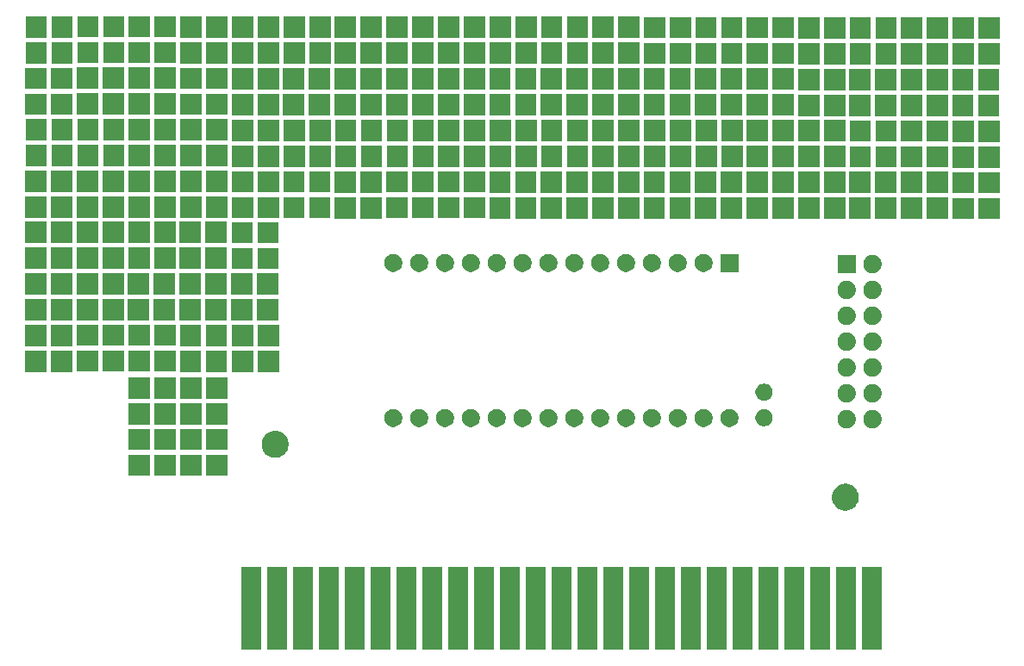
<source format=gbr>
G04 #@! TF.GenerationSoftware,KiCad,Pcbnew,(5.1.5)-3*
G04 #@! TF.CreationDate,2020-07-01T21:27:05+01:00*
G04 #@! TF.ProjectId,msx_eeprom,6d73785f-6565-4707-926f-6d2e6b696361,rev?*
G04 #@! TF.SameCoordinates,Original*
G04 #@! TF.FileFunction,Soldermask,Bot*
G04 #@! TF.FilePolarity,Negative*
%FSLAX46Y46*%
G04 Gerber Fmt 4.6, Leading zero omitted, Abs format (unit mm)*
G04 Created by KiCad (PCBNEW (5.1.5)-3) date 2020-07-01 21:27:05*
%MOMM*%
%LPD*%
G04 APERTURE LIST*
%ADD10C,0.100000*%
G04 APERTURE END LIST*
D10*
G36*
X167310840Y-93558440D02*
G01*
X165408840Y-93558440D01*
X165408840Y-85456440D01*
X167310840Y-85456440D01*
X167310840Y-93558440D01*
G37*
G36*
X136830840Y-93558440D02*
G01*
X134928840Y-93558440D01*
X134928840Y-85456440D01*
X136830840Y-85456440D01*
X136830840Y-93558440D01*
G37*
G36*
X108890840Y-93558440D02*
G01*
X106988840Y-93558440D01*
X106988840Y-85456440D01*
X108890840Y-85456440D01*
X108890840Y-93558440D01*
G37*
G36*
X111430840Y-93558440D02*
G01*
X109528840Y-93558440D01*
X109528840Y-85456440D01*
X111430840Y-85456440D01*
X111430840Y-93558440D01*
G37*
G36*
X113970840Y-93558440D02*
G01*
X112068840Y-93558440D01*
X112068840Y-85456440D01*
X113970840Y-85456440D01*
X113970840Y-93558440D01*
G37*
G36*
X116510840Y-93558440D02*
G01*
X114608840Y-93558440D01*
X114608840Y-85456440D01*
X116510840Y-85456440D01*
X116510840Y-93558440D01*
G37*
G36*
X119050840Y-93558440D02*
G01*
X117148840Y-93558440D01*
X117148840Y-85456440D01*
X119050840Y-85456440D01*
X119050840Y-93558440D01*
G37*
G36*
X121590840Y-93558440D02*
G01*
X119688840Y-93558440D01*
X119688840Y-85456440D01*
X121590840Y-85456440D01*
X121590840Y-93558440D01*
G37*
G36*
X124130840Y-93558440D02*
G01*
X122228840Y-93558440D01*
X122228840Y-85456440D01*
X124130840Y-85456440D01*
X124130840Y-93558440D01*
G37*
G36*
X126670840Y-93558440D02*
G01*
X124768840Y-93558440D01*
X124768840Y-85456440D01*
X126670840Y-85456440D01*
X126670840Y-93558440D01*
G37*
G36*
X129210840Y-93558440D02*
G01*
X127308840Y-93558440D01*
X127308840Y-85456440D01*
X129210840Y-85456440D01*
X129210840Y-93558440D01*
G37*
G36*
X131750840Y-93558440D02*
G01*
X129848840Y-93558440D01*
X129848840Y-85456440D01*
X131750840Y-85456440D01*
X131750840Y-93558440D01*
G37*
G36*
X134290840Y-93558440D02*
G01*
X132388840Y-93558440D01*
X132388840Y-85456440D01*
X134290840Y-85456440D01*
X134290840Y-93558440D01*
G37*
G36*
X164770840Y-93558440D02*
G01*
X162868840Y-93558440D01*
X162868840Y-85456440D01*
X164770840Y-85456440D01*
X164770840Y-93558440D01*
G37*
G36*
X169850840Y-93558440D02*
G01*
X167948840Y-93558440D01*
X167948840Y-85456440D01*
X169850840Y-85456440D01*
X169850840Y-93558440D01*
G37*
G36*
X162230840Y-93558440D02*
G01*
X160328840Y-93558440D01*
X160328840Y-85456440D01*
X162230840Y-85456440D01*
X162230840Y-93558440D01*
G37*
G36*
X159690840Y-93558440D02*
G01*
X157788840Y-93558440D01*
X157788840Y-85456440D01*
X159690840Y-85456440D01*
X159690840Y-93558440D01*
G37*
G36*
X157150840Y-93558440D02*
G01*
X155248840Y-93558440D01*
X155248840Y-85456440D01*
X157150840Y-85456440D01*
X157150840Y-93558440D01*
G37*
G36*
X154610840Y-93558440D02*
G01*
X152708840Y-93558440D01*
X152708840Y-85456440D01*
X154610840Y-85456440D01*
X154610840Y-93558440D01*
G37*
G36*
X149530840Y-93558440D02*
G01*
X147628840Y-93558440D01*
X147628840Y-85456440D01*
X149530840Y-85456440D01*
X149530840Y-93558440D01*
G37*
G36*
X139370840Y-93558440D02*
G01*
X137468840Y-93558440D01*
X137468840Y-85456440D01*
X139370840Y-85456440D01*
X139370840Y-93558440D01*
G37*
G36*
X141910840Y-93558440D02*
G01*
X140008840Y-93558440D01*
X140008840Y-85456440D01*
X141910840Y-85456440D01*
X141910840Y-93558440D01*
G37*
G36*
X144450840Y-93558440D02*
G01*
X142548840Y-93558440D01*
X142548840Y-85456440D01*
X144450840Y-85456440D01*
X144450840Y-93558440D01*
G37*
G36*
X146990840Y-93558440D02*
G01*
X145088840Y-93558440D01*
X145088840Y-85456440D01*
X146990840Y-85456440D01*
X146990840Y-93558440D01*
G37*
G36*
X152070840Y-93558440D02*
G01*
X150168840Y-93558440D01*
X150168840Y-85456440D01*
X152070840Y-85456440D01*
X152070840Y-93558440D01*
G37*
G36*
X166541354Y-77281822D02*
G01*
X166668962Y-77307205D01*
X166809788Y-77365537D01*
X166909367Y-77406784D01*
X166909368Y-77406785D01*
X167125729Y-77551352D01*
X167309728Y-77735351D01*
X167406325Y-77879919D01*
X167454296Y-77951713D01*
X167495543Y-78051292D01*
X167553875Y-78192118D01*
X167604640Y-78447333D01*
X167604640Y-78707547D01*
X167553875Y-78962762D01*
X167495543Y-79103588D01*
X167454296Y-79203167D01*
X167454295Y-79203168D01*
X167309728Y-79419529D01*
X167125729Y-79603528D01*
X166981161Y-79700125D01*
X166909367Y-79748096D01*
X166809788Y-79789343D01*
X166668962Y-79847675D01*
X166541354Y-79873058D01*
X166413749Y-79898440D01*
X166153531Y-79898440D01*
X166025926Y-79873058D01*
X165898318Y-79847675D01*
X165757492Y-79789343D01*
X165657913Y-79748096D01*
X165586119Y-79700125D01*
X165441551Y-79603528D01*
X165257552Y-79419529D01*
X165112985Y-79203168D01*
X165112984Y-79203167D01*
X165071737Y-79103588D01*
X165013405Y-78962762D01*
X164962640Y-78707547D01*
X164962640Y-78447333D01*
X165013405Y-78192118D01*
X165071737Y-78051292D01*
X165112984Y-77951713D01*
X165160955Y-77879919D01*
X165257552Y-77735351D01*
X165441551Y-77551352D01*
X165657912Y-77406785D01*
X165657913Y-77406784D01*
X165757492Y-77365537D01*
X165898318Y-77307205D01*
X166025925Y-77281823D01*
X166153531Y-77256440D01*
X166413749Y-77256440D01*
X166541354Y-77281822D01*
G37*
G36*
X97993570Y-76493750D02*
G01*
X95892590Y-76493750D01*
X95892590Y-74392770D01*
X97993570Y-74392770D01*
X97993570Y-76493750D01*
G37*
G36*
X100533570Y-76493750D02*
G01*
X98432590Y-76493750D01*
X98432590Y-74392770D01*
X100533570Y-74392770D01*
X100533570Y-76493750D01*
G37*
G36*
X105613570Y-76483590D02*
G01*
X103512590Y-76483590D01*
X103512590Y-74382610D01*
X105613570Y-74382610D01*
X105613570Y-76483590D01*
G37*
G36*
X103073570Y-76483590D02*
G01*
X100972590Y-76483590D01*
X100972590Y-74382610D01*
X103073570Y-74382610D01*
X103073570Y-76483590D01*
G37*
G36*
X110541975Y-72079903D02*
G01*
X110669582Y-72105285D01*
X110810408Y-72163617D01*
X110909987Y-72204864D01*
X110909988Y-72204865D01*
X111126349Y-72349432D01*
X111310348Y-72533431D01*
X111406945Y-72677999D01*
X111454916Y-72749793D01*
X111496163Y-72849372D01*
X111554495Y-72990198D01*
X111605260Y-73245413D01*
X111605260Y-73505627D01*
X111554495Y-73760842D01*
X111496163Y-73901668D01*
X111454916Y-74001247D01*
X111454915Y-74001248D01*
X111310348Y-74217609D01*
X111126349Y-74401608D01*
X110981781Y-74498205D01*
X110909987Y-74546176D01*
X110810408Y-74587423D01*
X110669582Y-74645755D01*
X110541975Y-74671137D01*
X110414369Y-74696520D01*
X110154151Y-74696520D01*
X110026545Y-74671137D01*
X109898938Y-74645755D01*
X109758112Y-74587423D01*
X109658533Y-74546176D01*
X109586739Y-74498205D01*
X109442171Y-74401608D01*
X109258172Y-74217609D01*
X109113605Y-74001248D01*
X109113604Y-74001247D01*
X109072357Y-73901668D01*
X109014025Y-73760842D01*
X108963260Y-73505627D01*
X108963260Y-73245413D01*
X109014025Y-72990198D01*
X109072357Y-72849372D01*
X109113604Y-72749793D01*
X109161575Y-72677999D01*
X109258172Y-72533431D01*
X109442171Y-72349432D01*
X109658532Y-72204865D01*
X109658533Y-72204864D01*
X109758112Y-72163617D01*
X109898938Y-72105285D01*
X110026545Y-72079903D01*
X110154151Y-72054520D01*
X110414369Y-72054520D01*
X110541975Y-72079903D01*
G37*
G36*
X97993570Y-73953750D02*
G01*
X95892590Y-73953750D01*
X95892590Y-71852770D01*
X97993570Y-71852770D01*
X97993570Y-73953750D01*
G37*
G36*
X100533570Y-73953750D02*
G01*
X98432590Y-73953750D01*
X98432590Y-71852770D01*
X100533570Y-71852770D01*
X100533570Y-73953750D01*
G37*
G36*
X105613570Y-73943590D02*
G01*
X103512590Y-73943590D01*
X103512590Y-71842610D01*
X105613570Y-71842610D01*
X105613570Y-73943590D01*
G37*
G36*
X103073570Y-73943590D02*
G01*
X100972590Y-73943590D01*
X100972590Y-71842610D01*
X103073570Y-71842610D01*
X103073570Y-73943590D01*
G37*
G36*
X166529232Y-70013107D02*
G01*
X166678532Y-70042804D01*
X166842504Y-70110724D01*
X166990074Y-70209327D01*
X167115573Y-70334826D01*
X167214176Y-70482396D01*
X167282096Y-70646368D01*
X167311793Y-70795668D01*
X167316720Y-70820438D01*
X167316720Y-70997922D01*
X167311793Y-71022692D01*
X167282096Y-71171992D01*
X167214176Y-71335964D01*
X167115573Y-71483534D01*
X166990074Y-71609033D01*
X166842504Y-71707636D01*
X166678532Y-71775556D01*
X166529232Y-71805253D01*
X166504462Y-71810180D01*
X166326978Y-71810180D01*
X166302208Y-71805253D01*
X166152908Y-71775556D01*
X165988936Y-71707636D01*
X165841366Y-71609033D01*
X165715867Y-71483534D01*
X165617264Y-71335964D01*
X165549344Y-71171992D01*
X165519647Y-71022692D01*
X165514720Y-70997922D01*
X165514720Y-70820438D01*
X165519647Y-70795668D01*
X165549344Y-70646368D01*
X165617264Y-70482396D01*
X165715867Y-70334826D01*
X165841366Y-70209327D01*
X165988936Y-70110724D01*
X166152908Y-70042804D01*
X166302208Y-70013107D01*
X166326978Y-70008180D01*
X166504462Y-70008180D01*
X166529232Y-70013107D01*
G37*
G36*
X169069232Y-70013107D02*
G01*
X169218532Y-70042804D01*
X169382504Y-70110724D01*
X169530074Y-70209327D01*
X169655573Y-70334826D01*
X169754176Y-70482396D01*
X169822096Y-70646368D01*
X169851793Y-70795668D01*
X169856720Y-70820438D01*
X169856720Y-70997922D01*
X169851793Y-71022692D01*
X169822096Y-71171992D01*
X169754176Y-71335964D01*
X169655573Y-71483534D01*
X169530074Y-71609033D01*
X169382504Y-71707636D01*
X169218532Y-71775556D01*
X169069232Y-71805253D01*
X169044462Y-71810180D01*
X168866978Y-71810180D01*
X168842208Y-71805253D01*
X168692908Y-71775556D01*
X168528936Y-71707636D01*
X168381366Y-71609033D01*
X168255867Y-71483534D01*
X168157264Y-71335964D01*
X168089344Y-71171992D01*
X168059647Y-71022692D01*
X168054720Y-70997922D01*
X168054720Y-70820438D01*
X168059647Y-70795668D01*
X168089344Y-70646368D01*
X168157264Y-70482396D01*
X168255867Y-70334826D01*
X168381366Y-70209327D01*
X168528936Y-70110724D01*
X168692908Y-70042804D01*
X168842208Y-70013107D01*
X168866978Y-70008180D01*
X169044462Y-70008180D01*
X169069232Y-70013107D01*
G37*
G36*
X122141269Y-69934771D02*
G01*
X122303095Y-70001802D01*
X122448729Y-70099111D01*
X122572589Y-70222971D01*
X122669898Y-70368605D01*
X122736929Y-70530431D01*
X122771100Y-70702220D01*
X122771100Y-70877380D01*
X122736929Y-71049169D01*
X122669898Y-71210995D01*
X122572589Y-71356629D01*
X122448729Y-71480489D01*
X122303095Y-71577798D01*
X122141269Y-71644829D01*
X121969480Y-71679000D01*
X121794320Y-71679000D01*
X121622531Y-71644829D01*
X121460705Y-71577798D01*
X121315071Y-71480489D01*
X121191211Y-71356629D01*
X121093902Y-71210995D01*
X121026871Y-71049169D01*
X120992700Y-70877380D01*
X120992700Y-70702220D01*
X121026871Y-70530431D01*
X121093902Y-70368605D01*
X121191211Y-70222971D01*
X121315071Y-70099111D01*
X121460705Y-70001802D01*
X121622531Y-69934771D01*
X121794320Y-69900600D01*
X121969480Y-69900600D01*
X122141269Y-69934771D01*
G37*
G36*
X155161269Y-69934771D02*
G01*
X155323095Y-70001802D01*
X155468729Y-70099111D01*
X155592589Y-70222971D01*
X155689898Y-70368605D01*
X155756929Y-70530431D01*
X155791100Y-70702220D01*
X155791100Y-70877380D01*
X155756929Y-71049169D01*
X155689898Y-71210995D01*
X155592589Y-71356629D01*
X155468729Y-71480489D01*
X155323095Y-71577798D01*
X155161269Y-71644829D01*
X154989480Y-71679000D01*
X154814320Y-71679000D01*
X154642531Y-71644829D01*
X154480705Y-71577798D01*
X154335071Y-71480489D01*
X154211211Y-71356629D01*
X154113902Y-71210995D01*
X154046871Y-71049169D01*
X154012700Y-70877380D01*
X154012700Y-70702220D01*
X154046871Y-70530431D01*
X154113902Y-70368605D01*
X154211211Y-70222971D01*
X154335071Y-70099111D01*
X154480705Y-70001802D01*
X154642531Y-69934771D01*
X154814320Y-69900600D01*
X154989480Y-69900600D01*
X155161269Y-69934771D01*
G37*
G36*
X152621269Y-69934771D02*
G01*
X152783095Y-70001802D01*
X152928729Y-70099111D01*
X153052589Y-70222971D01*
X153149898Y-70368605D01*
X153216929Y-70530431D01*
X153251100Y-70702220D01*
X153251100Y-70877380D01*
X153216929Y-71049169D01*
X153149898Y-71210995D01*
X153052589Y-71356629D01*
X152928729Y-71480489D01*
X152783095Y-71577798D01*
X152621269Y-71644829D01*
X152449480Y-71679000D01*
X152274320Y-71679000D01*
X152102531Y-71644829D01*
X151940705Y-71577798D01*
X151795071Y-71480489D01*
X151671211Y-71356629D01*
X151573902Y-71210995D01*
X151506871Y-71049169D01*
X151472700Y-70877380D01*
X151472700Y-70702220D01*
X151506871Y-70530431D01*
X151573902Y-70368605D01*
X151671211Y-70222971D01*
X151795071Y-70099111D01*
X151940705Y-70001802D01*
X152102531Y-69934771D01*
X152274320Y-69900600D01*
X152449480Y-69900600D01*
X152621269Y-69934771D01*
G37*
G36*
X150081269Y-69934771D02*
G01*
X150243095Y-70001802D01*
X150388729Y-70099111D01*
X150512589Y-70222971D01*
X150609898Y-70368605D01*
X150676929Y-70530431D01*
X150711100Y-70702220D01*
X150711100Y-70877380D01*
X150676929Y-71049169D01*
X150609898Y-71210995D01*
X150512589Y-71356629D01*
X150388729Y-71480489D01*
X150243095Y-71577798D01*
X150081269Y-71644829D01*
X149909480Y-71679000D01*
X149734320Y-71679000D01*
X149562531Y-71644829D01*
X149400705Y-71577798D01*
X149255071Y-71480489D01*
X149131211Y-71356629D01*
X149033902Y-71210995D01*
X148966871Y-71049169D01*
X148932700Y-70877380D01*
X148932700Y-70702220D01*
X148966871Y-70530431D01*
X149033902Y-70368605D01*
X149131211Y-70222971D01*
X149255071Y-70099111D01*
X149400705Y-70001802D01*
X149562531Y-69934771D01*
X149734320Y-69900600D01*
X149909480Y-69900600D01*
X150081269Y-69934771D01*
G37*
G36*
X147541269Y-69934771D02*
G01*
X147703095Y-70001802D01*
X147848729Y-70099111D01*
X147972589Y-70222971D01*
X148069898Y-70368605D01*
X148136929Y-70530431D01*
X148171100Y-70702220D01*
X148171100Y-70877380D01*
X148136929Y-71049169D01*
X148069898Y-71210995D01*
X147972589Y-71356629D01*
X147848729Y-71480489D01*
X147703095Y-71577798D01*
X147541269Y-71644829D01*
X147369480Y-71679000D01*
X147194320Y-71679000D01*
X147022531Y-71644829D01*
X146860705Y-71577798D01*
X146715071Y-71480489D01*
X146591211Y-71356629D01*
X146493902Y-71210995D01*
X146426871Y-71049169D01*
X146392700Y-70877380D01*
X146392700Y-70702220D01*
X146426871Y-70530431D01*
X146493902Y-70368605D01*
X146591211Y-70222971D01*
X146715071Y-70099111D01*
X146860705Y-70001802D01*
X147022531Y-69934771D01*
X147194320Y-69900600D01*
X147369480Y-69900600D01*
X147541269Y-69934771D01*
G37*
G36*
X145001269Y-69934771D02*
G01*
X145163095Y-70001802D01*
X145308729Y-70099111D01*
X145432589Y-70222971D01*
X145529898Y-70368605D01*
X145596929Y-70530431D01*
X145631100Y-70702220D01*
X145631100Y-70877380D01*
X145596929Y-71049169D01*
X145529898Y-71210995D01*
X145432589Y-71356629D01*
X145308729Y-71480489D01*
X145163095Y-71577798D01*
X145001269Y-71644829D01*
X144829480Y-71679000D01*
X144654320Y-71679000D01*
X144482531Y-71644829D01*
X144320705Y-71577798D01*
X144175071Y-71480489D01*
X144051211Y-71356629D01*
X143953902Y-71210995D01*
X143886871Y-71049169D01*
X143852700Y-70877380D01*
X143852700Y-70702220D01*
X143886871Y-70530431D01*
X143953902Y-70368605D01*
X144051211Y-70222971D01*
X144175071Y-70099111D01*
X144320705Y-70001802D01*
X144482531Y-69934771D01*
X144654320Y-69900600D01*
X144829480Y-69900600D01*
X145001269Y-69934771D01*
G37*
G36*
X142461269Y-69934771D02*
G01*
X142623095Y-70001802D01*
X142768729Y-70099111D01*
X142892589Y-70222971D01*
X142989898Y-70368605D01*
X143056929Y-70530431D01*
X143091100Y-70702220D01*
X143091100Y-70877380D01*
X143056929Y-71049169D01*
X142989898Y-71210995D01*
X142892589Y-71356629D01*
X142768729Y-71480489D01*
X142623095Y-71577798D01*
X142461269Y-71644829D01*
X142289480Y-71679000D01*
X142114320Y-71679000D01*
X141942531Y-71644829D01*
X141780705Y-71577798D01*
X141635071Y-71480489D01*
X141511211Y-71356629D01*
X141413902Y-71210995D01*
X141346871Y-71049169D01*
X141312700Y-70877380D01*
X141312700Y-70702220D01*
X141346871Y-70530431D01*
X141413902Y-70368605D01*
X141511211Y-70222971D01*
X141635071Y-70099111D01*
X141780705Y-70001802D01*
X141942531Y-69934771D01*
X142114320Y-69900600D01*
X142289480Y-69900600D01*
X142461269Y-69934771D01*
G37*
G36*
X139921269Y-69934771D02*
G01*
X140083095Y-70001802D01*
X140228729Y-70099111D01*
X140352589Y-70222971D01*
X140449898Y-70368605D01*
X140516929Y-70530431D01*
X140551100Y-70702220D01*
X140551100Y-70877380D01*
X140516929Y-71049169D01*
X140449898Y-71210995D01*
X140352589Y-71356629D01*
X140228729Y-71480489D01*
X140083095Y-71577798D01*
X139921269Y-71644829D01*
X139749480Y-71679000D01*
X139574320Y-71679000D01*
X139402531Y-71644829D01*
X139240705Y-71577798D01*
X139095071Y-71480489D01*
X138971211Y-71356629D01*
X138873902Y-71210995D01*
X138806871Y-71049169D01*
X138772700Y-70877380D01*
X138772700Y-70702220D01*
X138806871Y-70530431D01*
X138873902Y-70368605D01*
X138971211Y-70222971D01*
X139095071Y-70099111D01*
X139240705Y-70001802D01*
X139402531Y-69934771D01*
X139574320Y-69900600D01*
X139749480Y-69900600D01*
X139921269Y-69934771D01*
G37*
G36*
X137381269Y-69934771D02*
G01*
X137543095Y-70001802D01*
X137688729Y-70099111D01*
X137812589Y-70222971D01*
X137909898Y-70368605D01*
X137976929Y-70530431D01*
X138011100Y-70702220D01*
X138011100Y-70877380D01*
X137976929Y-71049169D01*
X137909898Y-71210995D01*
X137812589Y-71356629D01*
X137688729Y-71480489D01*
X137543095Y-71577798D01*
X137381269Y-71644829D01*
X137209480Y-71679000D01*
X137034320Y-71679000D01*
X136862531Y-71644829D01*
X136700705Y-71577798D01*
X136555071Y-71480489D01*
X136431211Y-71356629D01*
X136333902Y-71210995D01*
X136266871Y-71049169D01*
X136232700Y-70877380D01*
X136232700Y-70702220D01*
X136266871Y-70530431D01*
X136333902Y-70368605D01*
X136431211Y-70222971D01*
X136555071Y-70099111D01*
X136700705Y-70001802D01*
X136862531Y-69934771D01*
X137034320Y-69900600D01*
X137209480Y-69900600D01*
X137381269Y-69934771D01*
G37*
G36*
X134841269Y-69934771D02*
G01*
X135003095Y-70001802D01*
X135148729Y-70099111D01*
X135272589Y-70222971D01*
X135369898Y-70368605D01*
X135436929Y-70530431D01*
X135471100Y-70702220D01*
X135471100Y-70877380D01*
X135436929Y-71049169D01*
X135369898Y-71210995D01*
X135272589Y-71356629D01*
X135148729Y-71480489D01*
X135003095Y-71577798D01*
X134841269Y-71644829D01*
X134669480Y-71679000D01*
X134494320Y-71679000D01*
X134322531Y-71644829D01*
X134160705Y-71577798D01*
X134015071Y-71480489D01*
X133891211Y-71356629D01*
X133793902Y-71210995D01*
X133726871Y-71049169D01*
X133692700Y-70877380D01*
X133692700Y-70702220D01*
X133726871Y-70530431D01*
X133793902Y-70368605D01*
X133891211Y-70222971D01*
X134015071Y-70099111D01*
X134160705Y-70001802D01*
X134322531Y-69934771D01*
X134494320Y-69900600D01*
X134669480Y-69900600D01*
X134841269Y-69934771D01*
G37*
G36*
X132301269Y-69934771D02*
G01*
X132463095Y-70001802D01*
X132608729Y-70099111D01*
X132732589Y-70222971D01*
X132829898Y-70368605D01*
X132896929Y-70530431D01*
X132931100Y-70702220D01*
X132931100Y-70877380D01*
X132896929Y-71049169D01*
X132829898Y-71210995D01*
X132732589Y-71356629D01*
X132608729Y-71480489D01*
X132463095Y-71577798D01*
X132301269Y-71644829D01*
X132129480Y-71679000D01*
X131954320Y-71679000D01*
X131782531Y-71644829D01*
X131620705Y-71577798D01*
X131475071Y-71480489D01*
X131351211Y-71356629D01*
X131253902Y-71210995D01*
X131186871Y-71049169D01*
X131152700Y-70877380D01*
X131152700Y-70702220D01*
X131186871Y-70530431D01*
X131253902Y-70368605D01*
X131351211Y-70222971D01*
X131475071Y-70099111D01*
X131620705Y-70001802D01*
X131782531Y-69934771D01*
X131954320Y-69900600D01*
X132129480Y-69900600D01*
X132301269Y-69934771D01*
G37*
G36*
X129761269Y-69934771D02*
G01*
X129923095Y-70001802D01*
X130068729Y-70099111D01*
X130192589Y-70222971D01*
X130289898Y-70368605D01*
X130356929Y-70530431D01*
X130391100Y-70702220D01*
X130391100Y-70877380D01*
X130356929Y-71049169D01*
X130289898Y-71210995D01*
X130192589Y-71356629D01*
X130068729Y-71480489D01*
X129923095Y-71577798D01*
X129761269Y-71644829D01*
X129589480Y-71679000D01*
X129414320Y-71679000D01*
X129242531Y-71644829D01*
X129080705Y-71577798D01*
X128935071Y-71480489D01*
X128811211Y-71356629D01*
X128713902Y-71210995D01*
X128646871Y-71049169D01*
X128612700Y-70877380D01*
X128612700Y-70702220D01*
X128646871Y-70530431D01*
X128713902Y-70368605D01*
X128811211Y-70222971D01*
X128935071Y-70099111D01*
X129080705Y-70001802D01*
X129242531Y-69934771D01*
X129414320Y-69900600D01*
X129589480Y-69900600D01*
X129761269Y-69934771D01*
G37*
G36*
X127221269Y-69934771D02*
G01*
X127383095Y-70001802D01*
X127528729Y-70099111D01*
X127652589Y-70222971D01*
X127749898Y-70368605D01*
X127816929Y-70530431D01*
X127851100Y-70702220D01*
X127851100Y-70877380D01*
X127816929Y-71049169D01*
X127749898Y-71210995D01*
X127652589Y-71356629D01*
X127528729Y-71480489D01*
X127383095Y-71577798D01*
X127221269Y-71644829D01*
X127049480Y-71679000D01*
X126874320Y-71679000D01*
X126702531Y-71644829D01*
X126540705Y-71577798D01*
X126395071Y-71480489D01*
X126271211Y-71356629D01*
X126173902Y-71210995D01*
X126106871Y-71049169D01*
X126072700Y-70877380D01*
X126072700Y-70702220D01*
X126106871Y-70530431D01*
X126173902Y-70368605D01*
X126271211Y-70222971D01*
X126395071Y-70099111D01*
X126540705Y-70001802D01*
X126702531Y-69934771D01*
X126874320Y-69900600D01*
X127049480Y-69900600D01*
X127221269Y-69934771D01*
G37*
G36*
X124681269Y-69934771D02*
G01*
X124843095Y-70001802D01*
X124988729Y-70099111D01*
X125112589Y-70222971D01*
X125209898Y-70368605D01*
X125276929Y-70530431D01*
X125311100Y-70702220D01*
X125311100Y-70877380D01*
X125276929Y-71049169D01*
X125209898Y-71210995D01*
X125112589Y-71356629D01*
X124988729Y-71480489D01*
X124843095Y-71577798D01*
X124681269Y-71644829D01*
X124509480Y-71679000D01*
X124334320Y-71679000D01*
X124162531Y-71644829D01*
X124000705Y-71577798D01*
X123855071Y-71480489D01*
X123731211Y-71356629D01*
X123633902Y-71210995D01*
X123566871Y-71049169D01*
X123532700Y-70877380D01*
X123532700Y-70702220D01*
X123566871Y-70530431D01*
X123633902Y-70368605D01*
X123731211Y-70222971D01*
X123855071Y-70099111D01*
X124000705Y-70001802D01*
X124162531Y-69934771D01*
X124334320Y-69900600D01*
X124509480Y-69900600D01*
X124681269Y-69934771D01*
G37*
G36*
X158553728Y-69946103D02*
G01*
X158708600Y-70010253D01*
X158847981Y-70103385D01*
X158966515Y-70221919D01*
X159059647Y-70361300D01*
X159123797Y-70516172D01*
X159156500Y-70680584D01*
X159156500Y-70848216D01*
X159123797Y-71012628D01*
X159059647Y-71167500D01*
X158966515Y-71306881D01*
X158847981Y-71425415D01*
X158708600Y-71518547D01*
X158553728Y-71582697D01*
X158389316Y-71615400D01*
X158221684Y-71615400D01*
X158057272Y-71582697D01*
X157902400Y-71518547D01*
X157763019Y-71425415D01*
X157644485Y-71306881D01*
X157551353Y-71167500D01*
X157487203Y-71012628D01*
X157454500Y-70848216D01*
X157454500Y-70680584D01*
X157487203Y-70516172D01*
X157551353Y-70361300D01*
X157644485Y-70221919D01*
X157763019Y-70103385D01*
X157902400Y-70010253D01*
X158057272Y-69946103D01*
X158221684Y-69913400D01*
X158389316Y-69913400D01*
X158553728Y-69946103D01*
G37*
G36*
X100508170Y-71434070D02*
G01*
X98407190Y-71434070D01*
X98407190Y-69333090D01*
X100508170Y-69333090D01*
X100508170Y-71434070D01*
G37*
G36*
X97968170Y-71434070D02*
G01*
X95867190Y-71434070D01*
X95867190Y-69333090D01*
X97968170Y-69333090D01*
X97968170Y-71434070D01*
G37*
G36*
X105588170Y-71423910D02*
G01*
X103487190Y-71423910D01*
X103487190Y-69322930D01*
X105588170Y-69322930D01*
X105588170Y-71423910D01*
G37*
G36*
X103048170Y-71423910D02*
G01*
X100947190Y-71423910D01*
X100947190Y-69322930D01*
X103048170Y-69322930D01*
X103048170Y-71423910D01*
G37*
G36*
X169069232Y-67473107D02*
G01*
X169218532Y-67502804D01*
X169382504Y-67570724D01*
X169530074Y-67669327D01*
X169655573Y-67794826D01*
X169754176Y-67942396D01*
X169822096Y-68106368D01*
X169856720Y-68280439D01*
X169856720Y-68457921D01*
X169822096Y-68631992D01*
X169754176Y-68795964D01*
X169655573Y-68943534D01*
X169530074Y-69069033D01*
X169382504Y-69167636D01*
X169218532Y-69235556D01*
X169069232Y-69265253D01*
X169044462Y-69270180D01*
X168866978Y-69270180D01*
X168842208Y-69265253D01*
X168692908Y-69235556D01*
X168528936Y-69167636D01*
X168381366Y-69069033D01*
X168255867Y-68943534D01*
X168157264Y-68795964D01*
X168089344Y-68631992D01*
X168054720Y-68457921D01*
X168054720Y-68280439D01*
X168089344Y-68106368D01*
X168157264Y-67942396D01*
X168255867Y-67794826D01*
X168381366Y-67669327D01*
X168528936Y-67570724D01*
X168692908Y-67502804D01*
X168842208Y-67473107D01*
X168866978Y-67468180D01*
X169044462Y-67468180D01*
X169069232Y-67473107D01*
G37*
G36*
X166529232Y-67473107D02*
G01*
X166678532Y-67502804D01*
X166842504Y-67570724D01*
X166990074Y-67669327D01*
X167115573Y-67794826D01*
X167214176Y-67942396D01*
X167282096Y-68106368D01*
X167316720Y-68280439D01*
X167316720Y-68457921D01*
X167282096Y-68631992D01*
X167214176Y-68795964D01*
X167115573Y-68943534D01*
X166990074Y-69069033D01*
X166842504Y-69167636D01*
X166678532Y-69235556D01*
X166529232Y-69265253D01*
X166504462Y-69270180D01*
X166326978Y-69270180D01*
X166302208Y-69265253D01*
X166152908Y-69235556D01*
X165988936Y-69167636D01*
X165841366Y-69069033D01*
X165715867Y-68943534D01*
X165617264Y-68795964D01*
X165549344Y-68631992D01*
X165514720Y-68457921D01*
X165514720Y-68280439D01*
X165549344Y-68106368D01*
X165617264Y-67942396D01*
X165715867Y-67794826D01*
X165841366Y-67669327D01*
X165988936Y-67570724D01*
X166152908Y-67502804D01*
X166302208Y-67473107D01*
X166326978Y-67468180D01*
X166504462Y-67468180D01*
X166529232Y-67473107D01*
G37*
G36*
X158553728Y-67446103D02*
G01*
X158708600Y-67510253D01*
X158847981Y-67603385D01*
X158966515Y-67721919D01*
X159059647Y-67861300D01*
X159123797Y-68016172D01*
X159156500Y-68180584D01*
X159156500Y-68348216D01*
X159123797Y-68512628D01*
X159059647Y-68667500D01*
X158966515Y-68806881D01*
X158847981Y-68925415D01*
X158708600Y-69018547D01*
X158553728Y-69082697D01*
X158389316Y-69115400D01*
X158221684Y-69115400D01*
X158057272Y-69082697D01*
X157902400Y-69018547D01*
X157763019Y-68925415D01*
X157644485Y-68806881D01*
X157551353Y-68667500D01*
X157487203Y-68512628D01*
X157454500Y-68348216D01*
X157454500Y-68180584D01*
X157487203Y-68016172D01*
X157551353Y-67861300D01*
X157644485Y-67721919D01*
X157763019Y-67603385D01*
X157902400Y-67510253D01*
X158057272Y-67446103D01*
X158221684Y-67413400D01*
X158389316Y-67413400D01*
X158553728Y-67446103D01*
G37*
G36*
X100508170Y-68894070D02*
G01*
X98407190Y-68894070D01*
X98407190Y-66793090D01*
X100508170Y-66793090D01*
X100508170Y-68894070D01*
G37*
G36*
X97968170Y-68894070D02*
G01*
X95867190Y-68894070D01*
X95867190Y-66793090D01*
X97968170Y-66793090D01*
X97968170Y-68894070D01*
G37*
G36*
X105588170Y-68883910D02*
G01*
X103487190Y-68883910D01*
X103487190Y-66782930D01*
X105588170Y-66782930D01*
X105588170Y-68883910D01*
G37*
G36*
X103048170Y-68883910D02*
G01*
X100947190Y-68883910D01*
X100947190Y-66782930D01*
X103048170Y-66782930D01*
X103048170Y-68883910D01*
G37*
G36*
X169069232Y-64933107D02*
G01*
X169218532Y-64962804D01*
X169382504Y-65030724D01*
X169530074Y-65129327D01*
X169655573Y-65254826D01*
X169754176Y-65402396D01*
X169822096Y-65566368D01*
X169856720Y-65740439D01*
X169856720Y-65917921D01*
X169822096Y-66091992D01*
X169754176Y-66255964D01*
X169655573Y-66403534D01*
X169530074Y-66529033D01*
X169382504Y-66627636D01*
X169218532Y-66695556D01*
X169069232Y-66725253D01*
X169044462Y-66730180D01*
X168866978Y-66730180D01*
X168842208Y-66725253D01*
X168692908Y-66695556D01*
X168528936Y-66627636D01*
X168381366Y-66529033D01*
X168255867Y-66403534D01*
X168157264Y-66255964D01*
X168089344Y-66091992D01*
X168054720Y-65917921D01*
X168054720Y-65740439D01*
X168089344Y-65566368D01*
X168157264Y-65402396D01*
X168255867Y-65254826D01*
X168381366Y-65129327D01*
X168528936Y-65030724D01*
X168692908Y-64962804D01*
X168842208Y-64933107D01*
X168866978Y-64928180D01*
X169044462Y-64928180D01*
X169069232Y-64933107D01*
G37*
G36*
X166529232Y-64933107D02*
G01*
X166678532Y-64962804D01*
X166842504Y-65030724D01*
X166990074Y-65129327D01*
X167115573Y-65254826D01*
X167214176Y-65402396D01*
X167282096Y-65566368D01*
X167316720Y-65740439D01*
X167316720Y-65917921D01*
X167282096Y-66091992D01*
X167214176Y-66255964D01*
X167115573Y-66403534D01*
X166990074Y-66529033D01*
X166842504Y-66627636D01*
X166678532Y-66695556D01*
X166529232Y-66725253D01*
X166504462Y-66730180D01*
X166326978Y-66730180D01*
X166302208Y-66725253D01*
X166152908Y-66695556D01*
X165988936Y-66627636D01*
X165841366Y-66529033D01*
X165715867Y-66403534D01*
X165617264Y-66255964D01*
X165549344Y-66091992D01*
X165514720Y-65917921D01*
X165514720Y-65740439D01*
X165549344Y-65566368D01*
X165617264Y-65402396D01*
X165715867Y-65254826D01*
X165841366Y-65129327D01*
X165988936Y-65030724D01*
X166152908Y-64962804D01*
X166302208Y-64933107D01*
X166326978Y-64928180D01*
X166504462Y-64928180D01*
X166529232Y-64933107D01*
G37*
G36*
X110646410Y-66292930D02*
G01*
X108545430Y-66292930D01*
X108545430Y-64191950D01*
X110646410Y-64191950D01*
X110646410Y-66292930D01*
G37*
G36*
X108106410Y-66292930D02*
G01*
X106005430Y-66292930D01*
X106005430Y-64191950D01*
X108106410Y-64191950D01*
X108106410Y-66292930D01*
G37*
G36*
X105551170Y-66267530D02*
G01*
X103450190Y-66267530D01*
X103450190Y-64166550D01*
X105551170Y-64166550D01*
X105551170Y-66267530D01*
G37*
G36*
X103011170Y-66267530D02*
G01*
X100910190Y-66267530D01*
X100910190Y-64166550D01*
X103011170Y-64166550D01*
X103011170Y-66267530D01*
G37*
G36*
X87827050Y-66257370D02*
G01*
X85726070Y-66257370D01*
X85726070Y-64156390D01*
X87827050Y-64156390D01*
X87827050Y-66257370D01*
G37*
G36*
X90367050Y-66257370D02*
G01*
X88266070Y-66257370D01*
X88266070Y-64156390D01*
X90367050Y-64156390D01*
X90367050Y-66257370D01*
G37*
G36*
X92907050Y-66247210D02*
G01*
X90806070Y-66247210D01*
X90806070Y-64146230D01*
X92907050Y-64146230D01*
X92907050Y-66247210D01*
G37*
G36*
X95447050Y-66247210D02*
G01*
X93346070Y-66247210D01*
X93346070Y-64146230D01*
X95447050Y-64146230D01*
X95447050Y-66247210D01*
G37*
G36*
X100491490Y-66247210D02*
G01*
X98390510Y-66247210D01*
X98390510Y-64146230D01*
X100491490Y-64146230D01*
X100491490Y-66247210D01*
G37*
G36*
X97951490Y-66247210D02*
G01*
X95850510Y-66247210D01*
X95850510Y-64146230D01*
X97951490Y-64146230D01*
X97951490Y-66247210D01*
G37*
G36*
X166529232Y-62393107D02*
G01*
X166678532Y-62422804D01*
X166842504Y-62490724D01*
X166990074Y-62589327D01*
X167115573Y-62714826D01*
X167214176Y-62862396D01*
X167282096Y-63026368D01*
X167316720Y-63200439D01*
X167316720Y-63377921D01*
X167282096Y-63551992D01*
X167214176Y-63715964D01*
X167115573Y-63863534D01*
X166990074Y-63989033D01*
X166842504Y-64087636D01*
X166678532Y-64155556D01*
X166529232Y-64185253D01*
X166504462Y-64190180D01*
X166326978Y-64190180D01*
X166302208Y-64185253D01*
X166152908Y-64155556D01*
X165988936Y-64087636D01*
X165841366Y-63989033D01*
X165715867Y-63863534D01*
X165617264Y-63715964D01*
X165549344Y-63551992D01*
X165514720Y-63377921D01*
X165514720Y-63200439D01*
X165549344Y-63026368D01*
X165617264Y-62862396D01*
X165715867Y-62714826D01*
X165841366Y-62589327D01*
X165988936Y-62490724D01*
X166152908Y-62422804D01*
X166302208Y-62393107D01*
X166326978Y-62388180D01*
X166504462Y-62388180D01*
X166529232Y-62393107D01*
G37*
G36*
X169069232Y-62393107D02*
G01*
X169218532Y-62422804D01*
X169382504Y-62490724D01*
X169530074Y-62589327D01*
X169655573Y-62714826D01*
X169754176Y-62862396D01*
X169822096Y-63026368D01*
X169856720Y-63200439D01*
X169856720Y-63377921D01*
X169822096Y-63551992D01*
X169754176Y-63715964D01*
X169655573Y-63863534D01*
X169530074Y-63989033D01*
X169382504Y-64087636D01*
X169218532Y-64155556D01*
X169069232Y-64185253D01*
X169044462Y-64190180D01*
X168866978Y-64190180D01*
X168842208Y-64185253D01*
X168692908Y-64155556D01*
X168528936Y-64087636D01*
X168381366Y-63989033D01*
X168255867Y-63863534D01*
X168157264Y-63715964D01*
X168089344Y-63551992D01*
X168054720Y-63377921D01*
X168054720Y-63200439D01*
X168089344Y-63026368D01*
X168157264Y-62862396D01*
X168255867Y-62714826D01*
X168381366Y-62589327D01*
X168528936Y-62490724D01*
X168692908Y-62422804D01*
X168842208Y-62393107D01*
X168866978Y-62388180D01*
X169044462Y-62388180D01*
X169069232Y-62393107D01*
G37*
G36*
X110646410Y-63752930D02*
G01*
X108545430Y-63752930D01*
X108545430Y-61651950D01*
X110646410Y-61651950D01*
X110646410Y-63752930D01*
G37*
G36*
X108106410Y-63752930D02*
G01*
X106005430Y-63752930D01*
X106005430Y-61651950D01*
X108106410Y-61651950D01*
X108106410Y-63752930D01*
G37*
G36*
X103011170Y-63727530D02*
G01*
X100910190Y-63727530D01*
X100910190Y-61626550D01*
X103011170Y-61626550D01*
X103011170Y-63727530D01*
G37*
G36*
X105551170Y-63727530D02*
G01*
X103450190Y-63727530D01*
X103450190Y-61626550D01*
X105551170Y-61626550D01*
X105551170Y-63727530D01*
G37*
G36*
X87827050Y-63717370D02*
G01*
X85726070Y-63717370D01*
X85726070Y-61616390D01*
X87827050Y-61616390D01*
X87827050Y-63717370D01*
G37*
G36*
X90367050Y-63717370D02*
G01*
X88266070Y-63717370D01*
X88266070Y-61616390D01*
X90367050Y-61616390D01*
X90367050Y-63717370D01*
G37*
G36*
X92907050Y-63707210D02*
G01*
X90806070Y-63707210D01*
X90806070Y-61606230D01*
X92907050Y-61606230D01*
X92907050Y-63707210D01*
G37*
G36*
X95447050Y-63707210D02*
G01*
X93346070Y-63707210D01*
X93346070Y-61606230D01*
X95447050Y-61606230D01*
X95447050Y-63707210D01*
G37*
G36*
X97951490Y-63707210D02*
G01*
X95850510Y-63707210D01*
X95850510Y-61606230D01*
X97951490Y-61606230D01*
X97951490Y-63707210D01*
G37*
G36*
X100491490Y-63707210D02*
G01*
X98390510Y-63707210D01*
X98390510Y-61606230D01*
X100491490Y-61606230D01*
X100491490Y-63707210D01*
G37*
G36*
X166529232Y-59853107D02*
G01*
X166678532Y-59882804D01*
X166842504Y-59950724D01*
X166990074Y-60049327D01*
X167115573Y-60174826D01*
X167214176Y-60322396D01*
X167282096Y-60486368D01*
X167316720Y-60660439D01*
X167316720Y-60837921D01*
X167282096Y-61011992D01*
X167214176Y-61175964D01*
X167115573Y-61323534D01*
X166990074Y-61449033D01*
X166842504Y-61547636D01*
X166678532Y-61615556D01*
X166529232Y-61645253D01*
X166504462Y-61650180D01*
X166326978Y-61650180D01*
X166302208Y-61645253D01*
X166152908Y-61615556D01*
X165988936Y-61547636D01*
X165841366Y-61449033D01*
X165715867Y-61323534D01*
X165617264Y-61175964D01*
X165549344Y-61011992D01*
X165514720Y-60837921D01*
X165514720Y-60660439D01*
X165549344Y-60486368D01*
X165617264Y-60322396D01*
X165715867Y-60174826D01*
X165841366Y-60049327D01*
X165988936Y-59950724D01*
X166152908Y-59882804D01*
X166302208Y-59853107D01*
X166326978Y-59848180D01*
X166504462Y-59848180D01*
X166529232Y-59853107D01*
G37*
G36*
X169069232Y-59853107D02*
G01*
X169218532Y-59882804D01*
X169382504Y-59950724D01*
X169530074Y-60049327D01*
X169655573Y-60174826D01*
X169754176Y-60322396D01*
X169822096Y-60486368D01*
X169856720Y-60660439D01*
X169856720Y-60837921D01*
X169822096Y-61011992D01*
X169754176Y-61175964D01*
X169655573Y-61323534D01*
X169530074Y-61449033D01*
X169382504Y-61547636D01*
X169218532Y-61615556D01*
X169069232Y-61645253D01*
X169044462Y-61650180D01*
X168866978Y-61650180D01*
X168842208Y-61645253D01*
X168692908Y-61615556D01*
X168528936Y-61547636D01*
X168381366Y-61449033D01*
X168255867Y-61323534D01*
X168157264Y-61175964D01*
X168089344Y-61011992D01*
X168054720Y-60837921D01*
X168054720Y-60660439D01*
X168089344Y-60486368D01*
X168157264Y-60322396D01*
X168255867Y-60174826D01*
X168381366Y-60049327D01*
X168528936Y-59950724D01*
X168692908Y-59882804D01*
X168842208Y-59853107D01*
X168866978Y-59848180D01*
X169044462Y-59848180D01*
X169069232Y-59853107D01*
G37*
G36*
X110621010Y-61233250D02*
G01*
X108520030Y-61233250D01*
X108520030Y-59132270D01*
X110621010Y-59132270D01*
X110621010Y-61233250D01*
G37*
G36*
X108081010Y-61233250D02*
G01*
X105980030Y-61233250D01*
X105980030Y-59132270D01*
X108081010Y-59132270D01*
X108081010Y-61233250D01*
G37*
G36*
X105525770Y-61207850D02*
G01*
X103424790Y-61207850D01*
X103424790Y-59106870D01*
X105525770Y-59106870D01*
X105525770Y-61207850D01*
G37*
G36*
X102985770Y-61207850D02*
G01*
X100884790Y-61207850D01*
X100884790Y-59106870D01*
X102985770Y-59106870D01*
X102985770Y-61207850D01*
G37*
G36*
X87801650Y-61197690D02*
G01*
X85700670Y-61197690D01*
X85700670Y-59096710D01*
X87801650Y-59096710D01*
X87801650Y-61197690D01*
G37*
G36*
X90341650Y-61197690D02*
G01*
X88240670Y-61197690D01*
X88240670Y-59096710D01*
X90341650Y-59096710D01*
X90341650Y-61197690D01*
G37*
G36*
X100466090Y-61187530D02*
G01*
X98365110Y-61187530D01*
X98365110Y-59086550D01*
X100466090Y-59086550D01*
X100466090Y-61187530D01*
G37*
G36*
X97926090Y-61187530D02*
G01*
X95825110Y-61187530D01*
X95825110Y-59086550D01*
X97926090Y-59086550D01*
X97926090Y-61187530D01*
G37*
G36*
X95421650Y-61187530D02*
G01*
X93320670Y-61187530D01*
X93320670Y-59086550D01*
X95421650Y-59086550D01*
X95421650Y-61187530D01*
G37*
G36*
X92881650Y-61187530D02*
G01*
X90780670Y-61187530D01*
X90780670Y-59086550D01*
X92881650Y-59086550D01*
X92881650Y-61187530D01*
G37*
G36*
X166529232Y-57313107D02*
G01*
X166678532Y-57342804D01*
X166842504Y-57410724D01*
X166990074Y-57509327D01*
X167115573Y-57634826D01*
X167214176Y-57782396D01*
X167282096Y-57946368D01*
X167316720Y-58120439D01*
X167316720Y-58297921D01*
X167282096Y-58471992D01*
X167214176Y-58635964D01*
X167115573Y-58783534D01*
X166990074Y-58909033D01*
X166842504Y-59007636D01*
X166678532Y-59075556D01*
X166529232Y-59105253D01*
X166504462Y-59110180D01*
X166326978Y-59110180D01*
X166302208Y-59105253D01*
X166152908Y-59075556D01*
X165988936Y-59007636D01*
X165841366Y-58909033D01*
X165715867Y-58783534D01*
X165617264Y-58635964D01*
X165549344Y-58471992D01*
X165514720Y-58297921D01*
X165514720Y-58120439D01*
X165549344Y-57946368D01*
X165617264Y-57782396D01*
X165715867Y-57634826D01*
X165841366Y-57509327D01*
X165988936Y-57410724D01*
X166152908Y-57342804D01*
X166302208Y-57313107D01*
X166326978Y-57308180D01*
X166504462Y-57308180D01*
X166529232Y-57313107D01*
G37*
G36*
X169069232Y-57313107D02*
G01*
X169218532Y-57342804D01*
X169382504Y-57410724D01*
X169530074Y-57509327D01*
X169655573Y-57634826D01*
X169754176Y-57782396D01*
X169822096Y-57946368D01*
X169856720Y-58120439D01*
X169856720Y-58297921D01*
X169822096Y-58471992D01*
X169754176Y-58635964D01*
X169655573Y-58783534D01*
X169530074Y-58909033D01*
X169382504Y-59007636D01*
X169218532Y-59075556D01*
X169069232Y-59105253D01*
X169044462Y-59110180D01*
X168866978Y-59110180D01*
X168842208Y-59105253D01*
X168692908Y-59075556D01*
X168528936Y-59007636D01*
X168381366Y-58909033D01*
X168255867Y-58783534D01*
X168157264Y-58635964D01*
X168089344Y-58471992D01*
X168054720Y-58297921D01*
X168054720Y-58120439D01*
X168089344Y-57946368D01*
X168157264Y-57782396D01*
X168255867Y-57634826D01*
X168381366Y-57509327D01*
X168528936Y-57410724D01*
X168692908Y-57342804D01*
X168842208Y-57313107D01*
X168866978Y-57308180D01*
X169044462Y-57308180D01*
X169069232Y-57313107D01*
G37*
G36*
X108081010Y-58693250D02*
G01*
X105980030Y-58693250D01*
X105980030Y-56592270D01*
X108081010Y-56592270D01*
X108081010Y-58693250D01*
G37*
G36*
X110621010Y-58693250D02*
G01*
X108520030Y-58693250D01*
X108520030Y-56592270D01*
X110621010Y-56592270D01*
X110621010Y-58693250D01*
G37*
G36*
X102985770Y-58667850D02*
G01*
X100884790Y-58667850D01*
X100884790Y-56566870D01*
X102985770Y-56566870D01*
X102985770Y-58667850D01*
G37*
G36*
X105525770Y-58667850D02*
G01*
X103424790Y-58667850D01*
X103424790Y-56566870D01*
X105525770Y-56566870D01*
X105525770Y-58667850D01*
G37*
G36*
X87801650Y-58657690D02*
G01*
X85700670Y-58657690D01*
X85700670Y-56556710D01*
X87801650Y-56556710D01*
X87801650Y-58657690D01*
G37*
G36*
X90341650Y-58657690D02*
G01*
X88240670Y-58657690D01*
X88240670Y-56556710D01*
X90341650Y-56556710D01*
X90341650Y-58657690D01*
G37*
G36*
X95421650Y-58647530D02*
G01*
X93320670Y-58647530D01*
X93320670Y-56546550D01*
X95421650Y-56546550D01*
X95421650Y-58647530D01*
G37*
G36*
X92881650Y-58647530D02*
G01*
X90780670Y-58647530D01*
X90780670Y-56546550D01*
X92881650Y-56546550D01*
X92881650Y-58647530D01*
G37*
G36*
X100466090Y-58647530D02*
G01*
X98365110Y-58647530D01*
X98365110Y-56546550D01*
X100466090Y-56546550D01*
X100466090Y-58647530D01*
G37*
G36*
X97926090Y-58647530D02*
G01*
X95825110Y-58647530D01*
X95825110Y-56546550D01*
X97926090Y-56546550D01*
X97926090Y-58647530D01*
G37*
G36*
X167316720Y-56570180D02*
G01*
X165514720Y-56570180D01*
X165514720Y-54768180D01*
X167316720Y-54768180D01*
X167316720Y-56570180D01*
G37*
G36*
X169069232Y-54773107D02*
G01*
X169218532Y-54802804D01*
X169382504Y-54870724D01*
X169530074Y-54969327D01*
X169655573Y-55094826D01*
X169754176Y-55242396D01*
X169822096Y-55406368D01*
X169856720Y-55580439D01*
X169856720Y-55757921D01*
X169822096Y-55931992D01*
X169754176Y-56095964D01*
X169655573Y-56243534D01*
X169530074Y-56369033D01*
X169382504Y-56467636D01*
X169218532Y-56535556D01*
X169069232Y-56565253D01*
X169044462Y-56570180D01*
X168866978Y-56570180D01*
X168842208Y-56565253D01*
X168692908Y-56535556D01*
X168528936Y-56467636D01*
X168381366Y-56369033D01*
X168255867Y-56243534D01*
X168157264Y-56095964D01*
X168089344Y-55931992D01*
X168054720Y-55757921D01*
X168054720Y-55580439D01*
X168089344Y-55406368D01*
X168157264Y-55242396D01*
X168255867Y-55094826D01*
X168381366Y-54969327D01*
X168528936Y-54870724D01*
X168692908Y-54802804D01*
X168842208Y-54773107D01*
X168866978Y-54768180D01*
X169044462Y-54768180D01*
X169069232Y-54773107D01*
G37*
G36*
X129761269Y-54694771D02*
G01*
X129923095Y-54761802D01*
X130068729Y-54859111D01*
X130192589Y-54982971D01*
X130289898Y-55128605D01*
X130356929Y-55290431D01*
X130391100Y-55462220D01*
X130391100Y-55637380D01*
X130356929Y-55809169D01*
X130289898Y-55970995D01*
X130192589Y-56116629D01*
X130068729Y-56240489D01*
X129923095Y-56337798D01*
X129761269Y-56404829D01*
X129589480Y-56439000D01*
X129414320Y-56439000D01*
X129242531Y-56404829D01*
X129080705Y-56337798D01*
X128935071Y-56240489D01*
X128811211Y-56116629D01*
X128713902Y-55970995D01*
X128646871Y-55809169D01*
X128612700Y-55637380D01*
X128612700Y-55462220D01*
X128646871Y-55290431D01*
X128713902Y-55128605D01*
X128811211Y-54982971D01*
X128935071Y-54859111D01*
X129080705Y-54761802D01*
X129242531Y-54694771D01*
X129414320Y-54660600D01*
X129589480Y-54660600D01*
X129761269Y-54694771D01*
G37*
G36*
X155791100Y-56439000D02*
G01*
X154012700Y-56439000D01*
X154012700Y-54660600D01*
X155791100Y-54660600D01*
X155791100Y-56439000D01*
G37*
G36*
X150081269Y-54694771D02*
G01*
X150243095Y-54761802D01*
X150388729Y-54859111D01*
X150512589Y-54982971D01*
X150609898Y-55128605D01*
X150676929Y-55290431D01*
X150711100Y-55462220D01*
X150711100Y-55637380D01*
X150676929Y-55809169D01*
X150609898Y-55970995D01*
X150512589Y-56116629D01*
X150388729Y-56240489D01*
X150243095Y-56337798D01*
X150081269Y-56404829D01*
X149909480Y-56439000D01*
X149734320Y-56439000D01*
X149562531Y-56404829D01*
X149400705Y-56337798D01*
X149255071Y-56240489D01*
X149131211Y-56116629D01*
X149033902Y-55970995D01*
X148966871Y-55809169D01*
X148932700Y-55637380D01*
X148932700Y-55462220D01*
X148966871Y-55290431D01*
X149033902Y-55128605D01*
X149131211Y-54982971D01*
X149255071Y-54859111D01*
X149400705Y-54761802D01*
X149562531Y-54694771D01*
X149734320Y-54660600D01*
X149909480Y-54660600D01*
X150081269Y-54694771D01*
G37*
G36*
X147541269Y-54694771D02*
G01*
X147703095Y-54761802D01*
X147848729Y-54859111D01*
X147972589Y-54982971D01*
X148069898Y-55128605D01*
X148136929Y-55290431D01*
X148171100Y-55462220D01*
X148171100Y-55637380D01*
X148136929Y-55809169D01*
X148069898Y-55970995D01*
X147972589Y-56116629D01*
X147848729Y-56240489D01*
X147703095Y-56337798D01*
X147541269Y-56404829D01*
X147369480Y-56439000D01*
X147194320Y-56439000D01*
X147022531Y-56404829D01*
X146860705Y-56337798D01*
X146715071Y-56240489D01*
X146591211Y-56116629D01*
X146493902Y-55970995D01*
X146426871Y-55809169D01*
X146392700Y-55637380D01*
X146392700Y-55462220D01*
X146426871Y-55290431D01*
X146493902Y-55128605D01*
X146591211Y-54982971D01*
X146715071Y-54859111D01*
X146860705Y-54761802D01*
X147022531Y-54694771D01*
X147194320Y-54660600D01*
X147369480Y-54660600D01*
X147541269Y-54694771D01*
G37*
G36*
X145001269Y-54694771D02*
G01*
X145163095Y-54761802D01*
X145308729Y-54859111D01*
X145432589Y-54982971D01*
X145529898Y-55128605D01*
X145596929Y-55290431D01*
X145631100Y-55462220D01*
X145631100Y-55637380D01*
X145596929Y-55809169D01*
X145529898Y-55970995D01*
X145432589Y-56116629D01*
X145308729Y-56240489D01*
X145163095Y-56337798D01*
X145001269Y-56404829D01*
X144829480Y-56439000D01*
X144654320Y-56439000D01*
X144482531Y-56404829D01*
X144320705Y-56337798D01*
X144175071Y-56240489D01*
X144051211Y-56116629D01*
X143953902Y-55970995D01*
X143886871Y-55809169D01*
X143852700Y-55637380D01*
X143852700Y-55462220D01*
X143886871Y-55290431D01*
X143953902Y-55128605D01*
X144051211Y-54982971D01*
X144175071Y-54859111D01*
X144320705Y-54761802D01*
X144482531Y-54694771D01*
X144654320Y-54660600D01*
X144829480Y-54660600D01*
X145001269Y-54694771D01*
G37*
G36*
X142461269Y-54694771D02*
G01*
X142623095Y-54761802D01*
X142768729Y-54859111D01*
X142892589Y-54982971D01*
X142989898Y-55128605D01*
X143056929Y-55290431D01*
X143091100Y-55462220D01*
X143091100Y-55637380D01*
X143056929Y-55809169D01*
X142989898Y-55970995D01*
X142892589Y-56116629D01*
X142768729Y-56240489D01*
X142623095Y-56337798D01*
X142461269Y-56404829D01*
X142289480Y-56439000D01*
X142114320Y-56439000D01*
X141942531Y-56404829D01*
X141780705Y-56337798D01*
X141635071Y-56240489D01*
X141511211Y-56116629D01*
X141413902Y-55970995D01*
X141346871Y-55809169D01*
X141312700Y-55637380D01*
X141312700Y-55462220D01*
X141346871Y-55290431D01*
X141413902Y-55128605D01*
X141511211Y-54982971D01*
X141635071Y-54859111D01*
X141780705Y-54761802D01*
X141942531Y-54694771D01*
X142114320Y-54660600D01*
X142289480Y-54660600D01*
X142461269Y-54694771D01*
G37*
G36*
X139921269Y-54694771D02*
G01*
X140083095Y-54761802D01*
X140228729Y-54859111D01*
X140352589Y-54982971D01*
X140449898Y-55128605D01*
X140516929Y-55290431D01*
X140551100Y-55462220D01*
X140551100Y-55637380D01*
X140516929Y-55809169D01*
X140449898Y-55970995D01*
X140352589Y-56116629D01*
X140228729Y-56240489D01*
X140083095Y-56337798D01*
X139921269Y-56404829D01*
X139749480Y-56439000D01*
X139574320Y-56439000D01*
X139402531Y-56404829D01*
X139240705Y-56337798D01*
X139095071Y-56240489D01*
X138971211Y-56116629D01*
X138873902Y-55970995D01*
X138806871Y-55809169D01*
X138772700Y-55637380D01*
X138772700Y-55462220D01*
X138806871Y-55290431D01*
X138873902Y-55128605D01*
X138971211Y-54982971D01*
X139095071Y-54859111D01*
X139240705Y-54761802D01*
X139402531Y-54694771D01*
X139574320Y-54660600D01*
X139749480Y-54660600D01*
X139921269Y-54694771D01*
G37*
G36*
X134841269Y-54694771D02*
G01*
X135003095Y-54761802D01*
X135148729Y-54859111D01*
X135272589Y-54982971D01*
X135369898Y-55128605D01*
X135436929Y-55290431D01*
X135471100Y-55462220D01*
X135471100Y-55637380D01*
X135436929Y-55809169D01*
X135369898Y-55970995D01*
X135272589Y-56116629D01*
X135148729Y-56240489D01*
X135003095Y-56337798D01*
X134841269Y-56404829D01*
X134669480Y-56439000D01*
X134494320Y-56439000D01*
X134322531Y-56404829D01*
X134160705Y-56337798D01*
X134015071Y-56240489D01*
X133891211Y-56116629D01*
X133793902Y-55970995D01*
X133726871Y-55809169D01*
X133692700Y-55637380D01*
X133692700Y-55462220D01*
X133726871Y-55290431D01*
X133793902Y-55128605D01*
X133891211Y-54982971D01*
X134015071Y-54859111D01*
X134160705Y-54761802D01*
X134322531Y-54694771D01*
X134494320Y-54660600D01*
X134669480Y-54660600D01*
X134841269Y-54694771D01*
G37*
G36*
X137381269Y-54694771D02*
G01*
X137543095Y-54761802D01*
X137688729Y-54859111D01*
X137812589Y-54982971D01*
X137909898Y-55128605D01*
X137976929Y-55290431D01*
X138011100Y-55462220D01*
X138011100Y-55637380D01*
X137976929Y-55809169D01*
X137909898Y-55970995D01*
X137812589Y-56116629D01*
X137688729Y-56240489D01*
X137543095Y-56337798D01*
X137381269Y-56404829D01*
X137209480Y-56439000D01*
X137034320Y-56439000D01*
X136862531Y-56404829D01*
X136700705Y-56337798D01*
X136555071Y-56240489D01*
X136431211Y-56116629D01*
X136333902Y-55970995D01*
X136266871Y-55809169D01*
X136232700Y-55637380D01*
X136232700Y-55462220D01*
X136266871Y-55290431D01*
X136333902Y-55128605D01*
X136431211Y-54982971D01*
X136555071Y-54859111D01*
X136700705Y-54761802D01*
X136862531Y-54694771D01*
X137034320Y-54660600D01*
X137209480Y-54660600D01*
X137381269Y-54694771D01*
G37*
G36*
X122141269Y-54694771D02*
G01*
X122303095Y-54761802D01*
X122448729Y-54859111D01*
X122572589Y-54982971D01*
X122669898Y-55128605D01*
X122736929Y-55290431D01*
X122771100Y-55462220D01*
X122771100Y-55637380D01*
X122736929Y-55809169D01*
X122669898Y-55970995D01*
X122572589Y-56116629D01*
X122448729Y-56240489D01*
X122303095Y-56337798D01*
X122141269Y-56404829D01*
X121969480Y-56439000D01*
X121794320Y-56439000D01*
X121622531Y-56404829D01*
X121460705Y-56337798D01*
X121315071Y-56240489D01*
X121191211Y-56116629D01*
X121093902Y-55970995D01*
X121026871Y-55809169D01*
X120992700Y-55637380D01*
X120992700Y-55462220D01*
X121026871Y-55290431D01*
X121093902Y-55128605D01*
X121191211Y-54982971D01*
X121315071Y-54859111D01*
X121460705Y-54761802D01*
X121622531Y-54694771D01*
X121794320Y-54660600D01*
X121969480Y-54660600D01*
X122141269Y-54694771D01*
G37*
G36*
X152621269Y-54694771D02*
G01*
X152783095Y-54761802D01*
X152928729Y-54859111D01*
X153052589Y-54982971D01*
X153149898Y-55128605D01*
X153216929Y-55290431D01*
X153251100Y-55462220D01*
X153251100Y-55637380D01*
X153216929Y-55809169D01*
X153149898Y-55970995D01*
X153052589Y-56116629D01*
X152928729Y-56240489D01*
X152783095Y-56337798D01*
X152621269Y-56404829D01*
X152449480Y-56439000D01*
X152274320Y-56439000D01*
X152102531Y-56404829D01*
X151940705Y-56337798D01*
X151795071Y-56240489D01*
X151671211Y-56116629D01*
X151573902Y-55970995D01*
X151506871Y-55809169D01*
X151472700Y-55637380D01*
X151472700Y-55462220D01*
X151506871Y-55290431D01*
X151573902Y-55128605D01*
X151671211Y-54982971D01*
X151795071Y-54859111D01*
X151940705Y-54761802D01*
X152102531Y-54694771D01*
X152274320Y-54660600D01*
X152449480Y-54660600D01*
X152621269Y-54694771D01*
G37*
G36*
X127221269Y-54694771D02*
G01*
X127383095Y-54761802D01*
X127528729Y-54859111D01*
X127652589Y-54982971D01*
X127749898Y-55128605D01*
X127816929Y-55290431D01*
X127851100Y-55462220D01*
X127851100Y-55637380D01*
X127816929Y-55809169D01*
X127749898Y-55970995D01*
X127652589Y-56116629D01*
X127528729Y-56240489D01*
X127383095Y-56337798D01*
X127221269Y-56404829D01*
X127049480Y-56439000D01*
X126874320Y-56439000D01*
X126702531Y-56404829D01*
X126540705Y-56337798D01*
X126395071Y-56240489D01*
X126271211Y-56116629D01*
X126173902Y-55970995D01*
X126106871Y-55809169D01*
X126072700Y-55637380D01*
X126072700Y-55462220D01*
X126106871Y-55290431D01*
X126173902Y-55128605D01*
X126271211Y-54982971D01*
X126395071Y-54859111D01*
X126540705Y-54761802D01*
X126702531Y-54694771D01*
X126874320Y-54660600D01*
X127049480Y-54660600D01*
X127221269Y-54694771D01*
G37*
G36*
X124681269Y-54694771D02*
G01*
X124843095Y-54761802D01*
X124988729Y-54859111D01*
X125112589Y-54982971D01*
X125209898Y-55128605D01*
X125276929Y-55290431D01*
X125311100Y-55462220D01*
X125311100Y-55637380D01*
X125276929Y-55809169D01*
X125209898Y-55970995D01*
X125112589Y-56116629D01*
X124988729Y-56240489D01*
X124843095Y-56337798D01*
X124681269Y-56404829D01*
X124509480Y-56439000D01*
X124334320Y-56439000D01*
X124162531Y-56404829D01*
X124000705Y-56337798D01*
X123855071Y-56240489D01*
X123731211Y-56116629D01*
X123633902Y-55970995D01*
X123566871Y-55809169D01*
X123532700Y-55637380D01*
X123532700Y-55462220D01*
X123566871Y-55290431D01*
X123633902Y-55128605D01*
X123731211Y-54982971D01*
X123855071Y-54859111D01*
X124000705Y-54761802D01*
X124162531Y-54694771D01*
X124334320Y-54660600D01*
X124509480Y-54660600D01*
X124681269Y-54694771D01*
G37*
G36*
X132301269Y-54694771D02*
G01*
X132463095Y-54761802D01*
X132608729Y-54859111D01*
X132732589Y-54982971D01*
X132829898Y-55128605D01*
X132896929Y-55290431D01*
X132931100Y-55462220D01*
X132931100Y-55637380D01*
X132896929Y-55809169D01*
X132829898Y-55970995D01*
X132732589Y-56116629D01*
X132608729Y-56240489D01*
X132463095Y-56337798D01*
X132301269Y-56404829D01*
X132129480Y-56439000D01*
X131954320Y-56439000D01*
X131782531Y-56404829D01*
X131620705Y-56337798D01*
X131475071Y-56240489D01*
X131351211Y-56116629D01*
X131253902Y-55970995D01*
X131186871Y-55809169D01*
X131152700Y-55637380D01*
X131152700Y-55462220D01*
X131186871Y-55290431D01*
X131253902Y-55128605D01*
X131351211Y-54982971D01*
X131475071Y-54859111D01*
X131620705Y-54761802D01*
X131782531Y-54694771D01*
X131954320Y-54660600D01*
X132129480Y-54660600D01*
X132301269Y-54694771D01*
G37*
G36*
X110641330Y-56168490D02*
G01*
X108540350Y-56168490D01*
X108540350Y-54067510D01*
X110641330Y-54067510D01*
X110641330Y-56168490D01*
G37*
G36*
X108101330Y-56168490D02*
G01*
X106000350Y-56168490D01*
X106000350Y-54067510D01*
X108101330Y-54067510D01*
X108101330Y-56168490D01*
G37*
G36*
X105546090Y-56143090D02*
G01*
X103445110Y-56143090D01*
X103445110Y-54042110D01*
X105546090Y-54042110D01*
X105546090Y-56143090D01*
G37*
G36*
X103006090Y-56143090D02*
G01*
X100905110Y-56143090D01*
X100905110Y-54042110D01*
X103006090Y-54042110D01*
X103006090Y-56143090D01*
G37*
G36*
X87821970Y-56132930D02*
G01*
X85720990Y-56132930D01*
X85720990Y-54031950D01*
X87821970Y-54031950D01*
X87821970Y-56132930D01*
G37*
G36*
X90361970Y-56132930D02*
G01*
X88260990Y-56132930D01*
X88260990Y-54031950D01*
X90361970Y-54031950D01*
X90361970Y-56132930D01*
G37*
G36*
X100486410Y-56122770D02*
G01*
X98385430Y-56122770D01*
X98385430Y-54021790D01*
X100486410Y-54021790D01*
X100486410Y-56122770D01*
G37*
G36*
X97946410Y-56122770D02*
G01*
X95845430Y-56122770D01*
X95845430Y-54021790D01*
X97946410Y-54021790D01*
X97946410Y-56122770D01*
G37*
G36*
X95441970Y-56122770D02*
G01*
X93340990Y-56122770D01*
X93340990Y-54021790D01*
X95441970Y-54021790D01*
X95441970Y-56122770D01*
G37*
G36*
X92901970Y-56122770D02*
G01*
X90800990Y-56122770D01*
X90800990Y-54021790D01*
X92901970Y-54021790D01*
X92901970Y-56122770D01*
G37*
G36*
X108101330Y-53628490D02*
G01*
X106000350Y-53628490D01*
X106000350Y-51527510D01*
X108101330Y-51527510D01*
X108101330Y-53628490D01*
G37*
G36*
X110641330Y-53628490D02*
G01*
X108540350Y-53628490D01*
X108540350Y-51527510D01*
X110641330Y-51527510D01*
X110641330Y-53628490D01*
G37*
G36*
X105546090Y-53603090D02*
G01*
X103445110Y-53603090D01*
X103445110Y-51502110D01*
X105546090Y-51502110D01*
X105546090Y-53603090D01*
G37*
G36*
X103006090Y-53603090D02*
G01*
X100905110Y-53603090D01*
X100905110Y-51502110D01*
X103006090Y-51502110D01*
X103006090Y-53603090D01*
G37*
G36*
X90361970Y-53592930D02*
G01*
X88260990Y-53592930D01*
X88260990Y-51491950D01*
X90361970Y-51491950D01*
X90361970Y-53592930D01*
G37*
G36*
X87821970Y-53592930D02*
G01*
X85720990Y-53592930D01*
X85720990Y-51491950D01*
X87821970Y-51491950D01*
X87821970Y-53592930D01*
G37*
G36*
X92901970Y-53582770D02*
G01*
X90800990Y-53582770D01*
X90800990Y-51481790D01*
X92901970Y-51481790D01*
X92901970Y-53582770D01*
G37*
G36*
X100486410Y-53582770D02*
G01*
X98385430Y-53582770D01*
X98385430Y-51481790D01*
X100486410Y-51481790D01*
X100486410Y-53582770D01*
G37*
G36*
X97946410Y-53582770D02*
G01*
X95845430Y-53582770D01*
X95845430Y-51481790D01*
X97946410Y-51481790D01*
X97946410Y-53582770D01*
G37*
G36*
X95441970Y-53582770D02*
G01*
X93340990Y-53582770D01*
X93340990Y-51481790D01*
X95441970Y-51481790D01*
X95441970Y-53582770D01*
G37*
G36*
X178886050Y-51266290D02*
G01*
X176785070Y-51266290D01*
X176785070Y-49165310D01*
X178886050Y-49165310D01*
X178886050Y-51266290D01*
G37*
G36*
X181426050Y-51266290D02*
G01*
X179325070Y-51266290D01*
X179325070Y-49165310D01*
X181426050Y-49165310D01*
X181426050Y-51266290D01*
G37*
G36*
X173826370Y-51245970D02*
G01*
X171725390Y-51245970D01*
X171725390Y-49144990D01*
X173826370Y-49144990D01*
X173826370Y-51245970D01*
G37*
G36*
X176366370Y-51245970D02*
G01*
X174265390Y-51245970D01*
X174265390Y-49144990D01*
X176366370Y-49144990D01*
X176366370Y-51245970D01*
G37*
G36*
X168781930Y-51245970D02*
G01*
X166680950Y-51245970D01*
X166680950Y-49144990D01*
X168781930Y-49144990D01*
X168781930Y-51245970D01*
G37*
G36*
X171321930Y-51245970D02*
G01*
X169220950Y-51245970D01*
X169220950Y-49144990D01*
X171321930Y-49144990D01*
X171321930Y-51245970D01*
G37*
G36*
X163742570Y-51235810D02*
G01*
X161641590Y-51235810D01*
X161641590Y-49134830D01*
X163742570Y-49134830D01*
X163742570Y-51235810D01*
G37*
G36*
X166282570Y-51235810D02*
G01*
X164181590Y-51235810D01*
X164181590Y-49134830D01*
X166282570Y-49134830D01*
X166282570Y-51235810D01*
G37*
G36*
X161222890Y-51215490D02*
G01*
X159121910Y-51215490D01*
X159121910Y-49114510D01*
X161222890Y-49114510D01*
X161222890Y-51215490D01*
G37*
G36*
X158682890Y-51215490D02*
G01*
X156581910Y-51215490D01*
X156581910Y-49114510D01*
X158682890Y-49114510D01*
X158682890Y-51215490D01*
G37*
G36*
X156178450Y-51215490D02*
G01*
X154077470Y-51215490D01*
X154077470Y-49114510D01*
X156178450Y-49114510D01*
X156178450Y-51215490D01*
G37*
G36*
X153638450Y-51215490D02*
G01*
X151537470Y-51215490D01*
X151537470Y-49114510D01*
X153638450Y-49114510D01*
X153638450Y-51215490D01*
G37*
G36*
X148573690Y-51210410D02*
G01*
X146472710Y-51210410D01*
X146472710Y-49109430D01*
X148573690Y-49109430D01*
X148573690Y-51210410D01*
G37*
G36*
X151113690Y-51210410D02*
G01*
X149012710Y-51210410D01*
X149012710Y-49109430D01*
X151113690Y-49109430D01*
X151113690Y-51210410D01*
G37*
G36*
X138469570Y-51190090D02*
G01*
X136368590Y-51190090D01*
X136368590Y-49089110D01*
X138469570Y-49089110D01*
X138469570Y-51190090D01*
G37*
G36*
X141009570Y-51190090D02*
G01*
X138908590Y-51190090D01*
X138908590Y-49089110D01*
X141009570Y-49089110D01*
X141009570Y-51190090D01*
G37*
G36*
X118230850Y-51190090D02*
G01*
X116129870Y-51190090D01*
X116129870Y-49089110D01*
X118230850Y-49089110D01*
X118230850Y-51190090D01*
G37*
G36*
X120770850Y-51190090D02*
G01*
X118669870Y-51190090D01*
X118669870Y-49089110D01*
X120770850Y-49089110D01*
X120770850Y-51190090D01*
G37*
G36*
X135954970Y-51190090D02*
G01*
X133853990Y-51190090D01*
X133853990Y-49089110D01*
X135954970Y-49089110D01*
X135954970Y-51190090D01*
G37*
G36*
X146054010Y-51190090D02*
G01*
X143953030Y-51190090D01*
X143953030Y-49089110D01*
X146054010Y-49089110D01*
X146054010Y-51190090D01*
G37*
G36*
X143514010Y-51190090D02*
G01*
X141413030Y-51190090D01*
X141413030Y-49089110D01*
X143514010Y-49089110D01*
X143514010Y-51190090D01*
G37*
G36*
X133414970Y-51190090D02*
G01*
X131313990Y-51190090D01*
X131313990Y-49089110D01*
X133414970Y-49089110D01*
X133414970Y-51190090D01*
G37*
G36*
X128355290Y-51169770D02*
G01*
X126254310Y-51169770D01*
X126254310Y-49068790D01*
X128355290Y-49068790D01*
X128355290Y-51169770D01*
G37*
G36*
X130895290Y-51169770D02*
G01*
X128794310Y-51169770D01*
X128794310Y-49068790D01*
X130895290Y-49068790D01*
X130895290Y-51169770D01*
G37*
G36*
X125850850Y-51169770D02*
G01*
X123749870Y-51169770D01*
X123749870Y-49068790D01*
X125850850Y-49068790D01*
X125850850Y-51169770D01*
G37*
G36*
X123310850Y-51169770D02*
G01*
X121209870Y-51169770D01*
X121209870Y-49068790D01*
X123310850Y-49068790D01*
X123310850Y-51169770D01*
G37*
G36*
X110666730Y-51169770D02*
G01*
X108565750Y-51169770D01*
X108565750Y-49068790D01*
X110666730Y-49068790D01*
X110666730Y-51169770D01*
G37*
G36*
X115711170Y-51169770D02*
G01*
X113610190Y-51169770D01*
X113610190Y-49068790D01*
X115711170Y-49068790D01*
X115711170Y-51169770D01*
G37*
G36*
X113171170Y-51169770D02*
G01*
X111070190Y-51169770D01*
X111070190Y-49068790D01*
X113171170Y-49068790D01*
X113171170Y-51169770D01*
G37*
G36*
X108126730Y-51169770D02*
G01*
X106025750Y-51169770D01*
X106025750Y-49068790D01*
X108126730Y-49068790D01*
X108126730Y-51169770D01*
G37*
G36*
X103031490Y-51144370D02*
G01*
X100930510Y-51144370D01*
X100930510Y-49043390D01*
X103031490Y-49043390D01*
X103031490Y-51144370D01*
G37*
G36*
X105571490Y-51144370D02*
G01*
X103470510Y-51144370D01*
X103470510Y-49043390D01*
X105571490Y-49043390D01*
X105571490Y-51144370D01*
G37*
G36*
X90387370Y-51134210D02*
G01*
X88286390Y-51134210D01*
X88286390Y-49033230D01*
X90387370Y-49033230D01*
X90387370Y-51134210D01*
G37*
G36*
X87847370Y-51134210D02*
G01*
X85746390Y-51134210D01*
X85746390Y-49033230D01*
X87847370Y-49033230D01*
X87847370Y-51134210D01*
G37*
G36*
X100511810Y-51124050D02*
G01*
X98410830Y-51124050D01*
X98410830Y-49023070D01*
X100511810Y-49023070D01*
X100511810Y-51124050D01*
G37*
G36*
X97971810Y-51124050D02*
G01*
X95870830Y-51124050D01*
X95870830Y-49023070D01*
X97971810Y-49023070D01*
X97971810Y-51124050D01*
G37*
G36*
X95467370Y-51124050D02*
G01*
X93366390Y-51124050D01*
X93366390Y-49023070D01*
X95467370Y-49023070D01*
X95467370Y-51124050D01*
G37*
G36*
X92927370Y-51124050D02*
G01*
X90826390Y-51124050D01*
X90826390Y-49023070D01*
X92927370Y-49023070D01*
X92927370Y-51124050D01*
G37*
G36*
X181426050Y-48726290D02*
G01*
X179325070Y-48726290D01*
X179325070Y-46625310D01*
X181426050Y-46625310D01*
X181426050Y-48726290D01*
G37*
G36*
X178886050Y-48726290D02*
G01*
X176785070Y-48726290D01*
X176785070Y-46625310D01*
X178886050Y-46625310D01*
X178886050Y-48726290D01*
G37*
G36*
X171321930Y-48705970D02*
G01*
X169220950Y-48705970D01*
X169220950Y-46604990D01*
X171321930Y-46604990D01*
X171321930Y-48705970D01*
G37*
G36*
X168781930Y-48705970D02*
G01*
X166680950Y-48705970D01*
X166680950Y-46604990D01*
X168781930Y-46604990D01*
X168781930Y-48705970D01*
G37*
G36*
X176366370Y-48705970D02*
G01*
X174265390Y-48705970D01*
X174265390Y-46604990D01*
X176366370Y-46604990D01*
X176366370Y-48705970D01*
G37*
G36*
X173826370Y-48705970D02*
G01*
X171725390Y-48705970D01*
X171725390Y-46604990D01*
X173826370Y-46604990D01*
X173826370Y-48705970D01*
G37*
G36*
X166282570Y-48695810D02*
G01*
X164181590Y-48695810D01*
X164181590Y-46594830D01*
X166282570Y-46594830D01*
X166282570Y-48695810D01*
G37*
G36*
X163742570Y-48695810D02*
G01*
X161641590Y-48695810D01*
X161641590Y-46594830D01*
X163742570Y-46594830D01*
X163742570Y-48695810D01*
G37*
G36*
X153638450Y-48675490D02*
G01*
X151537470Y-48675490D01*
X151537470Y-46574510D01*
X153638450Y-46574510D01*
X153638450Y-48675490D01*
G37*
G36*
X156178450Y-48675490D02*
G01*
X154077470Y-48675490D01*
X154077470Y-46574510D01*
X156178450Y-46574510D01*
X156178450Y-48675490D01*
G37*
G36*
X161222890Y-48675490D02*
G01*
X159121910Y-48675490D01*
X159121910Y-46574510D01*
X161222890Y-46574510D01*
X161222890Y-48675490D01*
G37*
G36*
X158682890Y-48675490D02*
G01*
X156581910Y-48675490D01*
X156581910Y-46574510D01*
X158682890Y-46574510D01*
X158682890Y-48675490D01*
G37*
G36*
X151113690Y-48670410D02*
G01*
X149012710Y-48670410D01*
X149012710Y-46569430D01*
X151113690Y-46569430D01*
X151113690Y-48670410D01*
G37*
G36*
X148573690Y-48670410D02*
G01*
X146472710Y-48670410D01*
X146472710Y-46569430D01*
X148573690Y-46569430D01*
X148573690Y-48670410D01*
G37*
G36*
X118230850Y-48650090D02*
G01*
X116129870Y-48650090D01*
X116129870Y-46549110D01*
X118230850Y-46549110D01*
X118230850Y-48650090D01*
G37*
G36*
X120770850Y-48650090D02*
G01*
X118669870Y-48650090D01*
X118669870Y-46549110D01*
X120770850Y-46549110D01*
X120770850Y-48650090D01*
G37*
G36*
X138469570Y-48650090D02*
G01*
X136368590Y-48650090D01*
X136368590Y-46549110D01*
X138469570Y-46549110D01*
X138469570Y-48650090D01*
G37*
G36*
X141009570Y-48650090D02*
G01*
X138908590Y-48650090D01*
X138908590Y-46549110D01*
X141009570Y-46549110D01*
X141009570Y-48650090D01*
G37*
G36*
X135954970Y-48650090D02*
G01*
X133853990Y-48650090D01*
X133853990Y-46549110D01*
X135954970Y-46549110D01*
X135954970Y-48650090D01*
G37*
G36*
X133414970Y-48650090D02*
G01*
X131313990Y-48650090D01*
X131313990Y-46549110D01*
X133414970Y-46549110D01*
X133414970Y-48650090D01*
G37*
G36*
X146054010Y-48650090D02*
G01*
X143953030Y-48650090D01*
X143953030Y-46549110D01*
X146054010Y-46549110D01*
X146054010Y-48650090D01*
G37*
G36*
X143514010Y-48650090D02*
G01*
X141413030Y-48650090D01*
X141413030Y-46549110D01*
X143514010Y-46549110D01*
X143514010Y-48650090D01*
G37*
G36*
X130895290Y-48629770D02*
G01*
X128794310Y-48629770D01*
X128794310Y-46528790D01*
X130895290Y-46528790D01*
X130895290Y-48629770D01*
G37*
G36*
X125850850Y-48629770D02*
G01*
X123749870Y-48629770D01*
X123749870Y-46528790D01*
X125850850Y-46528790D01*
X125850850Y-48629770D01*
G37*
G36*
X123310850Y-48629770D02*
G01*
X121209870Y-48629770D01*
X121209870Y-46528790D01*
X123310850Y-46528790D01*
X123310850Y-48629770D01*
G37*
G36*
X128355290Y-48629770D02*
G01*
X126254310Y-48629770D01*
X126254310Y-46528790D01*
X128355290Y-46528790D01*
X128355290Y-48629770D01*
G37*
G36*
X115711170Y-48629770D02*
G01*
X113610190Y-48629770D01*
X113610190Y-46528790D01*
X115711170Y-46528790D01*
X115711170Y-48629770D01*
G37*
G36*
X113171170Y-48629770D02*
G01*
X111070190Y-48629770D01*
X111070190Y-46528790D01*
X113171170Y-46528790D01*
X113171170Y-48629770D01*
G37*
G36*
X110666730Y-48629770D02*
G01*
X108565750Y-48629770D01*
X108565750Y-46528790D01*
X110666730Y-46528790D01*
X110666730Y-48629770D01*
G37*
G36*
X108126730Y-48629770D02*
G01*
X106025750Y-48629770D01*
X106025750Y-46528790D01*
X108126730Y-46528790D01*
X108126730Y-48629770D01*
G37*
G36*
X103031490Y-48604370D02*
G01*
X100930510Y-48604370D01*
X100930510Y-46503390D01*
X103031490Y-46503390D01*
X103031490Y-48604370D01*
G37*
G36*
X105571490Y-48604370D02*
G01*
X103470510Y-48604370D01*
X103470510Y-46503390D01*
X105571490Y-46503390D01*
X105571490Y-48604370D01*
G37*
G36*
X90387370Y-48594210D02*
G01*
X88286390Y-48594210D01*
X88286390Y-46493230D01*
X90387370Y-46493230D01*
X90387370Y-48594210D01*
G37*
G36*
X87847370Y-48594210D02*
G01*
X85746390Y-48594210D01*
X85746390Y-46493230D01*
X87847370Y-46493230D01*
X87847370Y-48594210D01*
G37*
G36*
X100511810Y-48584050D02*
G01*
X98410830Y-48584050D01*
X98410830Y-46483070D01*
X100511810Y-46483070D01*
X100511810Y-48584050D01*
G37*
G36*
X97971810Y-48584050D02*
G01*
X95870830Y-48584050D01*
X95870830Y-46483070D01*
X97971810Y-46483070D01*
X97971810Y-48584050D01*
G37*
G36*
X95467370Y-48584050D02*
G01*
X93366390Y-48584050D01*
X93366390Y-46483070D01*
X95467370Y-46483070D01*
X95467370Y-48584050D01*
G37*
G36*
X92927370Y-48584050D02*
G01*
X90826390Y-48584050D01*
X90826390Y-46483070D01*
X92927370Y-46483070D01*
X92927370Y-48584050D01*
G37*
G36*
X181446370Y-46201530D02*
G01*
X179345390Y-46201530D01*
X179345390Y-44100550D01*
X181446370Y-44100550D01*
X181446370Y-46201530D01*
G37*
G36*
X178906370Y-46201530D02*
G01*
X176805390Y-46201530D01*
X176805390Y-44100550D01*
X178906370Y-44100550D01*
X178906370Y-46201530D01*
G37*
G36*
X176386690Y-46181210D02*
G01*
X174285710Y-46181210D01*
X174285710Y-44080230D01*
X176386690Y-44080230D01*
X176386690Y-46181210D01*
G37*
G36*
X173846690Y-46181210D02*
G01*
X171745710Y-46181210D01*
X171745710Y-44080230D01*
X173846690Y-44080230D01*
X173846690Y-46181210D01*
G37*
G36*
X168802250Y-46181210D02*
G01*
X166701270Y-46181210D01*
X166701270Y-44080230D01*
X168802250Y-44080230D01*
X168802250Y-46181210D01*
G37*
G36*
X171342250Y-46181210D02*
G01*
X169241270Y-46181210D01*
X169241270Y-44080230D01*
X171342250Y-44080230D01*
X171342250Y-46181210D01*
G37*
G36*
X166302890Y-46171050D02*
G01*
X164201910Y-46171050D01*
X164201910Y-44070070D01*
X166302890Y-44070070D01*
X166302890Y-46171050D01*
G37*
G36*
X163762890Y-46171050D02*
G01*
X161661910Y-46171050D01*
X161661910Y-44070070D01*
X163762890Y-44070070D01*
X163762890Y-46171050D01*
G37*
G36*
X161243210Y-46150730D02*
G01*
X159142230Y-46150730D01*
X159142230Y-44049750D01*
X161243210Y-44049750D01*
X161243210Y-46150730D01*
G37*
G36*
X156198770Y-46150730D02*
G01*
X154097790Y-46150730D01*
X154097790Y-44049750D01*
X156198770Y-44049750D01*
X156198770Y-46150730D01*
G37*
G36*
X153658770Y-46150730D02*
G01*
X151557790Y-46150730D01*
X151557790Y-44049750D01*
X153658770Y-44049750D01*
X153658770Y-46150730D01*
G37*
G36*
X158703210Y-46150730D02*
G01*
X156602230Y-46150730D01*
X156602230Y-44049750D01*
X158703210Y-44049750D01*
X158703210Y-46150730D01*
G37*
G36*
X148594010Y-46145650D02*
G01*
X146493030Y-46145650D01*
X146493030Y-44044670D01*
X148594010Y-44044670D01*
X148594010Y-46145650D01*
G37*
G36*
X151134010Y-46145650D02*
G01*
X149033030Y-46145650D01*
X149033030Y-44044670D01*
X151134010Y-44044670D01*
X151134010Y-46145650D01*
G37*
G36*
X133435290Y-46125330D02*
G01*
X131334310Y-46125330D01*
X131334310Y-44024350D01*
X133435290Y-44024350D01*
X133435290Y-46125330D01*
G37*
G36*
X135975290Y-46125330D02*
G01*
X133874310Y-46125330D01*
X133874310Y-44024350D01*
X135975290Y-44024350D01*
X135975290Y-46125330D01*
G37*
G36*
X141029890Y-46125330D02*
G01*
X138928910Y-46125330D01*
X138928910Y-44024350D01*
X141029890Y-44024350D01*
X141029890Y-46125330D01*
G37*
G36*
X118251170Y-46125330D02*
G01*
X116150190Y-46125330D01*
X116150190Y-44024350D01*
X118251170Y-44024350D01*
X118251170Y-46125330D01*
G37*
G36*
X143534330Y-46125330D02*
G01*
X141433350Y-46125330D01*
X141433350Y-44024350D01*
X143534330Y-44024350D01*
X143534330Y-46125330D01*
G37*
G36*
X138489890Y-46125330D02*
G01*
X136388910Y-46125330D01*
X136388910Y-44024350D01*
X138489890Y-44024350D01*
X138489890Y-46125330D01*
G37*
G36*
X146074330Y-46125330D02*
G01*
X143973350Y-46125330D01*
X143973350Y-44024350D01*
X146074330Y-44024350D01*
X146074330Y-46125330D01*
G37*
G36*
X120791170Y-46125330D02*
G01*
X118690190Y-46125330D01*
X118690190Y-44024350D01*
X120791170Y-44024350D01*
X120791170Y-46125330D01*
G37*
G36*
X110687050Y-46105010D02*
G01*
X108586070Y-46105010D01*
X108586070Y-44004030D01*
X110687050Y-44004030D01*
X110687050Y-46105010D01*
G37*
G36*
X113191490Y-46105010D02*
G01*
X111090510Y-46105010D01*
X111090510Y-44004030D01*
X113191490Y-44004030D01*
X113191490Y-46105010D01*
G37*
G36*
X108147050Y-46105010D02*
G01*
X106046070Y-46105010D01*
X106046070Y-44004030D01*
X108147050Y-44004030D01*
X108147050Y-46105010D01*
G37*
G36*
X128375610Y-46105010D02*
G01*
X126274630Y-46105010D01*
X126274630Y-44004030D01*
X128375610Y-44004030D01*
X128375610Y-46105010D01*
G37*
G36*
X125871170Y-46105010D02*
G01*
X123770190Y-46105010D01*
X123770190Y-44004030D01*
X125871170Y-44004030D01*
X125871170Y-46105010D01*
G37*
G36*
X123331170Y-46105010D02*
G01*
X121230190Y-46105010D01*
X121230190Y-44004030D01*
X123331170Y-44004030D01*
X123331170Y-46105010D01*
G37*
G36*
X130915610Y-46105010D02*
G01*
X128814630Y-46105010D01*
X128814630Y-44004030D01*
X130915610Y-44004030D01*
X130915610Y-46105010D01*
G37*
G36*
X115731490Y-46105010D02*
G01*
X113630510Y-46105010D01*
X113630510Y-44004030D01*
X115731490Y-44004030D01*
X115731490Y-46105010D01*
G37*
G36*
X105591810Y-46079610D02*
G01*
X103490830Y-46079610D01*
X103490830Y-43978630D01*
X105591810Y-43978630D01*
X105591810Y-46079610D01*
G37*
G36*
X103051810Y-46079610D02*
G01*
X100950830Y-46079610D01*
X100950830Y-43978630D01*
X103051810Y-43978630D01*
X103051810Y-46079610D01*
G37*
G36*
X90407690Y-46069450D02*
G01*
X88306710Y-46069450D01*
X88306710Y-43968470D01*
X90407690Y-43968470D01*
X90407690Y-46069450D01*
G37*
G36*
X87867690Y-46069450D02*
G01*
X85766710Y-46069450D01*
X85766710Y-43968470D01*
X87867690Y-43968470D01*
X87867690Y-46069450D01*
G37*
G36*
X100532130Y-46059290D02*
G01*
X98431150Y-46059290D01*
X98431150Y-43958310D01*
X100532130Y-43958310D01*
X100532130Y-46059290D01*
G37*
G36*
X92947690Y-46059290D02*
G01*
X90846710Y-46059290D01*
X90846710Y-43958310D01*
X92947690Y-43958310D01*
X92947690Y-46059290D01*
G37*
G36*
X97992130Y-46059290D02*
G01*
X95891150Y-46059290D01*
X95891150Y-43958310D01*
X97992130Y-43958310D01*
X97992130Y-46059290D01*
G37*
G36*
X95487690Y-46059290D02*
G01*
X93386710Y-46059290D01*
X93386710Y-43958310D01*
X95487690Y-43958310D01*
X95487690Y-46059290D01*
G37*
G36*
X181446370Y-43661530D02*
G01*
X179345390Y-43661530D01*
X179345390Y-41560550D01*
X181446370Y-41560550D01*
X181446370Y-43661530D01*
G37*
G36*
X178906370Y-43661530D02*
G01*
X176805390Y-43661530D01*
X176805390Y-41560550D01*
X178906370Y-41560550D01*
X178906370Y-43661530D01*
G37*
G36*
X176386690Y-43641210D02*
G01*
X174285710Y-43641210D01*
X174285710Y-41540230D01*
X176386690Y-41540230D01*
X176386690Y-43641210D01*
G37*
G36*
X173846690Y-43641210D02*
G01*
X171745710Y-43641210D01*
X171745710Y-41540230D01*
X173846690Y-41540230D01*
X173846690Y-43641210D01*
G37*
G36*
X171342250Y-43641210D02*
G01*
X169241270Y-43641210D01*
X169241270Y-41540230D01*
X171342250Y-41540230D01*
X171342250Y-43641210D01*
G37*
G36*
X168802250Y-43641210D02*
G01*
X166701270Y-43641210D01*
X166701270Y-41540230D01*
X168802250Y-41540230D01*
X168802250Y-43641210D01*
G37*
G36*
X166302890Y-43631050D02*
G01*
X164201910Y-43631050D01*
X164201910Y-41530070D01*
X166302890Y-41530070D01*
X166302890Y-43631050D01*
G37*
G36*
X163762890Y-43631050D02*
G01*
X161661910Y-43631050D01*
X161661910Y-41530070D01*
X163762890Y-41530070D01*
X163762890Y-43631050D01*
G37*
G36*
X153658770Y-43610730D02*
G01*
X151557790Y-43610730D01*
X151557790Y-41509750D01*
X153658770Y-41509750D01*
X153658770Y-43610730D01*
G37*
G36*
X156198770Y-43610730D02*
G01*
X154097790Y-43610730D01*
X154097790Y-41509750D01*
X156198770Y-41509750D01*
X156198770Y-43610730D01*
G37*
G36*
X158703210Y-43610730D02*
G01*
X156602230Y-43610730D01*
X156602230Y-41509750D01*
X158703210Y-41509750D01*
X158703210Y-43610730D01*
G37*
G36*
X161243210Y-43610730D02*
G01*
X159142230Y-43610730D01*
X159142230Y-41509750D01*
X161243210Y-41509750D01*
X161243210Y-43610730D01*
G37*
G36*
X151134010Y-43605650D02*
G01*
X149033030Y-43605650D01*
X149033030Y-41504670D01*
X151134010Y-41504670D01*
X151134010Y-43605650D01*
G37*
G36*
X148594010Y-43605650D02*
G01*
X146493030Y-43605650D01*
X146493030Y-41504670D01*
X148594010Y-41504670D01*
X148594010Y-43605650D01*
G37*
G36*
X143534330Y-43585330D02*
G01*
X141433350Y-43585330D01*
X141433350Y-41484350D01*
X143534330Y-41484350D01*
X143534330Y-43585330D01*
G37*
G36*
X133435290Y-43585330D02*
G01*
X131334310Y-43585330D01*
X131334310Y-41484350D01*
X133435290Y-41484350D01*
X133435290Y-43585330D01*
G37*
G36*
X141029890Y-43585330D02*
G01*
X138928910Y-43585330D01*
X138928910Y-41484350D01*
X141029890Y-41484350D01*
X141029890Y-43585330D01*
G37*
G36*
X138489890Y-43585330D02*
G01*
X136388910Y-43585330D01*
X136388910Y-41484350D01*
X138489890Y-41484350D01*
X138489890Y-43585330D01*
G37*
G36*
X120791170Y-43585330D02*
G01*
X118690190Y-43585330D01*
X118690190Y-41484350D01*
X120791170Y-41484350D01*
X120791170Y-43585330D01*
G37*
G36*
X135975290Y-43585330D02*
G01*
X133874310Y-43585330D01*
X133874310Y-41484350D01*
X135975290Y-41484350D01*
X135975290Y-43585330D01*
G37*
G36*
X118251170Y-43585330D02*
G01*
X116150190Y-43585330D01*
X116150190Y-41484350D01*
X118251170Y-41484350D01*
X118251170Y-43585330D01*
G37*
G36*
X146074330Y-43585330D02*
G01*
X143973350Y-43585330D01*
X143973350Y-41484350D01*
X146074330Y-41484350D01*
X146074330Y-43585330D01*
G37*
G36*
X108147050Y-43565010D02*
G01*
X106046070Y-43565010D01*
X106046070Y-41464030D01*
X108147050Y-41464030D01*
X108147050Y-43565010D01*
G37*
G36*
X128375610Y-43565010D02*
G01*
X126274630Y-43565010D01*
X126274630Y-41464030D01*
X128375610Y-41464030D01*
X128375610Y-43565010D01*
G37*
G36*
X130915610Y-43565010D02*
G01*
X128814630Y-43565010D01*
X128814630Y-41464030D01*
X130915610Y-41464030D01*
X130915610Y-43565010D01*
G37*
G36*
X125871170Y-43565010D02*
G01*
X123770190Y-43565010D01*
X123770190Y-41464030D01*
X125871170Y-41464030D01*
X125871170Y-43565010D01*
G37*
G36*
X113191490Y-43565010D02*
G01*
X111090510Y-43565010D01*
X111090510Y-41464030D01*
X113191490Y-41464030D01*
X113191490Y-43565010D01*
G37*
G36*
X110687050Y-43565010D02*
G01*
X108586070Y-43565010D01*
X108586070Y-41464030D01*
X110687050Y-41464030D01*
X110687050Y-43565010D01*
G37*
G36*
X123331170Y-43565010D02*
G01*
X121230190Y-43565010D01*
X121230190Y-41464030D01*
X123331170Y-41464030D01*
X123331170Y-43565010D01*
G37*
G36*
X115731490Y-43565010D02*
G01*
X113630510Y-43565010D01*
X113630510Y-41464030D01*
X115731490Y-41464030D01*
X115731490Y-43565010D01*
G37*
G36*
X105591810Y-43539610D02*
G01*
X103490830Y-43539610D01*
X103490830Y-41438630D01*
X105591810Y-41438630D01*
X105591810Y-43539610D01*
G37*
G36*
X103051810Y-43539610D02*
G01*
X100950830Y-43539610D01*
X100950830Y-41438630D01*
X103051810Y-41438630D01*
X103051810Y-43539610D01*
G37*
G36*
X87867690Y-43529450D02*
G01*
X85766710Y-43529450D01*
X85766710Y-41428470D01*
X87867690Y-41428470D01*
X87867690Y-43529450D01*
G37*
G36*
X90407690Y-43529450D02*
G01*
X88306710Y-43529450D01*
X88306710Y-41428470D01*
X90407690Y-41428470D01*
X90407690Y-43529450D01*
G37*
G36*
X100532130Y-43519290D02*
G01*
X98431150Y-43519290D01*
X98431150Y-41418310D01*
X100532130Y-41418310D01*
X100532130Y-43519290D01*
G37*
G36*
X92947690Y-43519290D02*
G01*
X90846710Y-43519290D01*
X90846710Y-41418310D01*
X92947690Y-41418310D01*
X92947690Y-43519290D01*
G37*
G36*
X95487690Y-43519290D02*
G01*
X93386710Y-43519290D01*
X93386710Y-41418310D01*
X95487690Y-41418310D01*
X95487690Y-43519290D01*
G37*
G36*
X97992130Y-43519290D02*
G01*
X95891150Y-43519290D01*
X95891150Y-41418310D01*
X97992130Y-41418310D01*
X97992130Y-43519290D01*
G37*
G36*
X178880970Y-41141850D02*
G01*
X176779990Y-41141850D01*
X176779990Y-39040870D01*
X178880970Y-39040870D01*
X178880970Y-41141850D01*
G37*
G36*
X181420970Y-41141850D02*
G01*
X179319990Y-41141850D01*
X179319990Y-39040870D01*
X181420970Y-39040870D01*
X181420970Y-41141850D01*
G37*
G36*
X171316850Y-41121530D02*
G01*
X169215870Y-41121530D01*
X169215870Y-39020550D01*
X171316850Y-39020550D01*
X171316850Y-41121530D01*
G37*
G36*
X168776850Y-41121530D02*
G01*
X166675870Y-41121530D01*
X166675870Y-39020550D01*
X168776850Y-39020550D01*
X168776850Y-41121530D01*
G37*
G36*
X176361290Y-41121530D02*
G01*
X174260310Y-41121530D01*
X174260310Y-39020550D01*
X176361290Y-39020550D01*
X176361290Y-41121530D01*
G37*
G36*
X173821290Y-41121530D02*
G01*
X171720310Y-41121530D01*
X171720310Y-39020550D01*
X173821290Y-39020550D01*
X173821290Y-41121530D01*
G37*
G36*
X163737490Y-41111370D02*
G01*
X161636510Y-41111370D01*
X161636510Y-39010390D01*
X163737490Y-39010390D01*
X163737490Y-41111370D01*
G37*
G36*
X166277490Y-41111370D02*
G01*
X164176510Y-41111370D01*
X164176510Y-39010390D01*
X166277490Y-39010390D01*
X166277490Y-41111370D01*
G37*
G36*
X156173370Y-41091050D02*
G01*
X154072390Y-41091050D01*
X154072390Y-38990070D01*
X156173370Y-38990070D01*
X156173370Y-41091050D01*
G37*
G36*
X161217810Y-41091050D02*
G01*
X159116830Y-41091050D01*
X159116830Y-38990070D01*
X161217810Y-38990070D01*
X161217810Y-41091050D01*
G37*
G36*
X158677810Y-41091050D02*
G01*
X156576830Y-41091050D01*
X156576830Y-38990070D01*
X158677810Y-38990070D01*
X158677810Y-41091050D01*
G37*
G36*
X153633370Y-41091050D02*
G01*
X151532390Y-41091050D01*
X151532390Y-38990070D01*
X153633370Y-38990070D01*
X153633370Y-41091050D01*
G37*
G36*
X151108610Y-41085970D02*
G01*
X149007630Y-41085970D01*
X149007630Y-38984990D01*
X151108610Y-38984990D01*
X151108610Y-41085970D01*
G37*
G36*
X148568610Y-41085970D02*
G01*
X146467630Y-41085970D01*
X146467630Y-38984990D01*
X148568610Y-38984990D01*
X148568610Y-41085970D01*
G37*
G36*
X120765770Y-41065650D02*
G01*
X118664790Y-41065650D01*
X118664790Y-38964670D01*
X120765770Y-38964670D01*
X120765770Y-41065650D01*
G37*
G36*
X146048930Y-41065650D02*
G01*
X143947950Y-41065650D01*
X143947950Y-38964670D01*
X146048930Y-38964670D01*
X146048930Y-41065650D01*
G37*
G36*
X143508930Y-41065650D02*
G01*
X141407950Y-41065650D01*
X141407950Y-38964670D01*
X143508930Y-38964670D01*
X143508930Y-41065650D01*
G37*
G36*
X141004490Y-41065650D02*
G01*
X138903510Y-41065650D01*
X138903510Y-38964670D01*
X141004490Y-38964670D01*
X141004490Y-41065650D01*
G37*
G36*
X135949890Y-41065650D02*
G01*
X133848910Y-41065650D01*
X133848910Y-38964670D01*
X135949890Y-38964670D01*
X135949890Y-41065650D01*
G37*
G36*
X118225770Y-41065650D02*
G01*
X116124790Y-41065650D01*
X116124790Y-38964670D01*
X118225770Y-38964670D01*
X118225770Y-41065650D01*
G37*
G36*
X138464490Y-41065650D02*
G01*
X136363510Y-41065650D01*
X136363510Y-38964670D01*
X138464490Y-38964670D01*
X138464490Y-41065650D01*
G37*
G36*
X133409890Y-41065650D02*
G01*
X131308910Y-41065650D01*
X131308910Y-38964670D01*
X133409890Y-38964670D01*
X133409890Y-41065650D01*
G37*
G36*
X110661650Y-41045330D02*
G01*
X108560670Y-41045330D01*
X108560670Y-38944350D01*
X110661650Y-38944350D01*
X110661650Y-41045330D01*
G37*
G36*
X123305770Y-41045330D02*
G01*
X121204790Y-41045330D01*
X121204790Y-38944350D01*
X123305770Y-38944350D01*
X123305770Y-41045330D01*
G37*
G36*
X108121650Y-41045330D02*
G01*
X106020670Y-41045330D01*
X106020670Y-38944350D01*
X108121650Y-38944350D01*
X108121650Y-41045330D01*
G37*
G36*
X130890210Y-41045330D02*
G01*
X128789230Y-41045330D01*
X128789230Y-38944350D01*
X130890210Y-38944350D01*
X130890210Y-41045330D01*
G37*
G36*
X128350210Y-41045330D02*
G01*
X126249230Y-41045330D01*
X126249230Y-38944350D01*
X128350210Y-38944350D01*
X128350210Y-41045330D01*
G37*
G36*
X113166090Y-41045330D02*
G01*
X111065110Y-41045330D01*
X111065110Y-38944350D01*
X113166090Y-38944350D01*
X113166090Y-41045330D01*
G37*
G36*
X115706090Y-41045330D02*
G01*
X113605110Y-41045330D01*
X113605110Y-38944350D01*
X115706090Y-38944350D01*
X115706090Y-41045330D01*
G37*
G36*
X125845770Y-41045330D02*
G01*
X123744790Y-41045330D01*
X123744790Y-38944350D01*
X125845770Y-38944350D01*
X125845770Y-41045330D01*
G37*
G36*
X103026410Y-41019930D02*
G01*
X100925430Y-41019930D01*
X100925430Y-38918950D01*
X103026410Y-38918950D01*
X103026410Y-41019930D01*
G37*
G36*
X105566410Y-41019930D02*
G01*
X103465430Y-41019930D01*
X103465430Y-38918950D01*
X105566410Y-38918950D01*
X105566410Y-41019930D01*
G37*
G36*
X87842290Y-41009770D02*
G01*
X85741310Y-41009770D01*
X85741310Y-38908790D01*
X87842290Y-38908790D01*
X87842290Y-41009770D01*
G37*
G36*
X90382290Y-41009770D02*
G01*
X88281310Y-41009770D01*
X88281310Y-38908790D01*
X90382290Y-38908790D01*
X90382290Y-41009770D01*
G37*
G36*
X97966730Y-40999610D02*
G01*
X95865750Y-40999610D01*
X95865750Y-38898630D01*
X97966730Y-38898630D01*
X97966730Y-40999610D01*
G37*
G36*
X100506730Y-40999610D02*
G01*
X98405750Y-40999610D01*
X98405750Y-38898630D01*
X100506730Y-38898630D01*
X100506730Y-40999610D01*
G37*
G36*
X95462290Y-40999610D02*
G01*
X93361310Y-40999610D01*
X93361310Y-38898630D01*
X95462290Y-38898630D01*
X95462290Y-40999610D01*
G37*
G36*
X92922290Y-40999610D02*
G01*
X90821310Y-40999610D01*
X90821310Y-38898630D01*
X92922290Y-38898630D01*
X92922290Y-40999610D01*
G37*
G36*
X181420970Y-38601850D02*
G01*
X179319990Y-38601850D01*
X179319990Y-36500870D01*
X181420970Y-36500870D01*
X181420970Y-38601850D01*
G37*
G36*
X178880970Y-38601850D02*
G01*
X176779990Y-38601850D01*
X176779990Y-36500870D01*
X178880970Y-36500870D01*
X178880970Y-38601850D01*
G37*
G36*
X171316850Y-38581530D02*
G01*
X169215870Y-38581530D01*
X169215870Y-36480550D01*
X171316850Y-36480550D01*
X171316850Y-38581530D01*
G37*
G36*
X176361290Y-38581530D02*
G01*
X174260310Y-38581530D01*
X174260310Y-36480550D01*
X176361290Y-36480550D01*
X176361290Y-38581530D01*
G37*
G36*
X168776850Y-38581530D02*
G01*
X166675870Y-38581530D01*
X166675870Y-36480550D01*
X168776850Y-36480550D01*
X168776850Y-38581530D01*
G37*
G36*
X173821290Y-38581530D02*
G01*
X171720310Y-38581530D01*
X171720310Y-36480550D01*
X173821290Y-36480550D01*
X173821290Y-38581530D01*
G37*
G36*
X163737490Y-38571370D02*
G01*
X161636510Y-38571370D01*
X161636510Y-36470390D01*
X163737490Y-36470390D01*
X163737490Y-38571370D01*
G37*
G36*
X166277490Y-38571370D02*
G01*
X164176510Y-38571370D01*
X164176510Y-36470390D01*
X166277490Y-36470390D01*
X166277490Y-38571370D01*
G37*
G36*
X153633370Y-38551050D02*
G01*
X151532390Y-38551050D01*
X151532390Y-36450070D01*
X153633370Y-36450070D01*
X153633370Y-38551050D01*
G37*
G36*
X161217810Y-38551050D02*
G01*
X159116830Y-38551050D01*
X159116830Y-36450070D01*
X161217810Y-36450070D01*
X161217810Y-38551050D01*
G37*
G36*
X156173370Y-38551050D02*
G01*
X154072390Y-38551050D01*
X154072390Y-36450070D01*
X156173370Y-36450070D01*
X156173370Y-38551050D01*
G37*
G36*
X158677810Y-38551050D02*
G01*
X156576830Y-38551050D01*
X156576830Y-36450070D01*
X158677810Y-36450070D01*
X158677810Y-38551050D01*
G37*
G36*
X148568610Y-38545970D02*
G01*
X146467630Y-38545970D01*
X146467630Y-36444990D01*
X148568610Y-36444990D01*
X148568610Y-38545970D01*
G37*
G36*
X151108610Y-38545970D02*
G01*
X149007630Y-38545970D01*
X149007630Y-36444990D01*
X151108610Y-36444990D01*
X151108610Y-38545970D01*
G37*
G36*
X120765770Y-38525650D02*
G01*
X118664790Y-38525650D01*
X118664790Y-36424670D01*
X120765770Y-36424670D01*
X120765770Y-38525650D01*
G37*
G36*
X133409890Y-38525650D02*
G01*
X131308910Y-38525650D01*
X131308910Y-36424670D01*
X133409890Y-36424670D01*
X133409890Y-38525650D01*
G37*
G36*
X135949890Y-38525650D02*
G01*
X133848910Y-38525650D01*
X133848910Y-36424670D01*
X135949890Y-36424670D01*
X135949890Y-38525650D01*
G37*
G36*
X118225770Y-38525650D02*
G01*
X116124790Y-38525650D01*
X116124790Y-36424670D01*
X118225770Y-36424670D01*
X118225770Y-38525650D01*
G37*
G36*
X138464490Y-38525650D02*
G01*
X136363510Y-38525650D01*
X136363510Y-36424670D01*
X138464490Y-36424670D01*
X138464490Y-38525650D01*
G37*
G36*
X143508930Y-38525650D02*
G01*
X141407950Y-38525650D01*
X141407950Y-36424670D01*
X143508930Y-36424670D01*
X143508930Y-38525650D01*
G37*
G36*
X146048930Y-38525650D02*
G01*
X143947950Y-38525650D01*
X143947950Y-36424670D01*
X146048930Y-36424670D01*
X146048930Y-38525650D01*
G37*
G36*
X141004490Y-38525650D02*
G01*
X138903510Y-38525650D01*
X138903510Y-36424670D01*
X141004490Y-36424670D01*
X141004490Y-38525650D01*
G37*
G36*
X123305770Y-38505330D02*
G01*
X121204790Y-38505330D01*
X121204790Y-36404350D01*
X123305770Y-36404350D01*
X123305770Y-38505330D01*
G37*
G36*
X115706090Y-38505330D02*
G01*
X113605110Y-38505330D01*
X113605110Y-36404350D01*
X115706090Y-36404350D01*
X115706090Y-38505330D01*
G37*
G36*
X113166090Y-38505330D02*
G01*
X111065110Y-38505330D01*
X111065110Y-36404350D01*
X113166090Y-36404350D01*
X113166090Y-38505330D01*
G37*
G36*
X130890210Y-38505330D02*
G01*
X128789230Y-38505330D01*
X128789230Y-36404350D01*
X130890210Y-36404350D01*
X130890210Y-38505330D01*
G37*
G36*
X128350210Y-38505330D02*
G01*
X126249230Y-38505330D01*
X126249230Y-36404350D01*
X128350210Y-36404350D01*
X128350210Y-38505330D01*
G37*
G36*
X110661650Y-38505330D02*
G01*
X108560670Y-38505330D01*
X108560670Y-36404350D01*
X110661650Y-36404350D01*
X110661650Y-38505330D01*
G37*
G36*
X125845770Y-38505330D02*
G01*
X123744790Y-38505330D01*
X123744790Y-36404350D01*
X125845770Y-36404350D01*
X125845770Y-38505330D01*
G37*
G36*
X108121650Y-38505330D02*
G01*
X106020670Y-38505330D01*
X106020670Y-36404350D01*
X108121650Y-36404350D01*
X108121650Y-38505330D01*
G37*
G36*
X103026410Y-38479930D02*
G01*
X100925430Y-38479930D01*
X100925430Y-36378950D01*
X103026410Y-36378950D01*
X103026410Y-38479930D01*
G37*
G36*
X105566410Y-38479930D02*
G01*
X103465430Y-38479930D01*
X103465430Y-36378950D01*
X105566410Y-36378950D01*
X105566410Y-38479930D01*
G37*
G36*
X87842290Y-38469770D02*
G01*
X85741310Y-38469770D01*
X85741310Y-36368790D01*
X87842290Y-36368790D01*
X87842290Y-38469770D01*
G37*
G36*
X90382290Y-38469770D02*
G01*
X88281310Y-38469770D01*
X88281310Y-36368790D01*
X90382290Y-36368790D01*
X90382290Y-38469770D01*
G37*
G36*
X97966730Y-38459610D02*
G01*
X95865750Y-38459610D01*
X95865750Y-36358630D01*
X97966730Y-36358630D01*
X97966730Y-38459610D01*
G37*
G36*
X95462290Y-38459610D02*
G01*
X93361310Y-38459610D01*
X93361310Y-36358630D01*
X95462290Y-36358630D01*
X95462290Y-38459610D01*
G37*
G36*
X100506730Y-38459610D02*
G01*
X98405750Y-38459610D01*
X98405750Y-36358630D01*
X100506730Y-36358630D01*
X100506730Y-38459610D01*
G37*
G36*
X92922290Y-38459610D02*
G01*
X90821310Y-38459610D01*
X90821310Y-36358630D01*
X92922290Y-36358630D01*
X92922290Y-38459610D01*
G37*
G36*
X181441290Y-36077090D02*
G01*
X179340310Y-36077090D01*
X179340310Y-33976110D01*
X181441290Y-33976110D01*
X181441290Y-36077090D01*
G37*
G36*
X178901290Y-36077090D02*
G01*
X176800310Y-36077090D01*
X176800310Y-33976110D01*
X178901290Y-33976110D01*
X178901290Y-36077090D01*
G37*
G36*
X168797170Y-36056770D02*
G01*
X166696190Y-36056770D01*
X166696190Y-33955790D01*
X168797170Y-33955790D01*
X168797170Y-36056770D01*
G37*
G36*
X171337170Y-36056770D02*
G01*
X169236190Y-36056770D01*
X169236190Y-33955790D01*
X171337170Y-33955790D01*
X171337170Y-36056770D01*
G37*
G36*
X176381610Y-36056770D02*
G01*
X174280630Y-36056770D01*
X174280630Y-33955790D01*
X176381610Y-33955790D01*
X176381610Y-36056770D01*
G37*
G36*
X173841610Y-36056770D02*
G01*
X171740630Y-36056770D01*
X171740630Y-33955790D01*
X173841610Y-33955790D01*
X173841610Y-36056770D01*
G37*
G36*
X166297810Y-36046610D02*
G01*
X164196830Y-36046610D01*
X164196830Y-33945630D01*
X166297810Y-33945630D01*
X166297810Y-36046610D01*
G37*
G36*
X163757810Y-36046610D02*
G01*
X161656830Y-36046610D01*
X161656830Y-33945630D01*
X163757810Y-33945630D01*
X163757810Y-36046610D01*
G37*
G36*
X153653690Y-36026290D02*
G01*
X151552710Y-36026290D01*
X151552710Y-33925310D01*
X153653690Y-33925310D01*
X153653690Y-36026290D01*
G37*
G36*
X156193690Y-36026290D02*
G01*
X154092710Y-36026290D01*
X154092710Y-33925310D01*
X156193690Y-33925310D01*
X156193690Y-36026290D01*
G37*
G36*
X158698130Y-36026290D02*
G01*
X156597150Y-36026290D01*
X156597150Y-33925310D01*
X158698130Y-33925310D01*
X158698130Y-36026290D01*
G37*
G36*
X161238130Y-36026290D02*
G01*
X159137150Y-36026290D01*
X159137150Y-33925310D01*
X161238130Y-33925310D01*
X161238130Y-36026290D01*
G37*
G36*
X151128930Y-36021210D02*
G01*
X149027950Y-36021210D01*
X149027950Y-33920230D01*
X151128930Y-33920230D01*
X151128930Y-36021210D01*
G37*
G36*
X148588930Y-36021210D02*
G01*
X146487950Y-36021210D01*
X146487950Y-33920230D01*
X148588930Y-33920230D01*
X148588930Y-36021210D01*
G37*
G36*
X120786090Y-36000890D02*
G01*
X118685110Y-36000890D01*
X118685110Y-33899910D01*
X120786090Y-33899910D01*
X120786090Y-36000890D01*
G37*
G36*
X118246090Y-36000890D02*
G01*
X116145110Y-36000890D01*
X116145110Y-33899910D01*
X118246090Y-33899910D01*
X118246090Y-36000890D01*
G37*
G36*
X143529250Y-36000890D02*
G01*
X141428270Y-36000890D01*
X141428270Y-33899910D01*
X143529250Y-33899910D01*
X143529250Y-36000890D01*
G37*
G36*
X141024810Y-36000890D02*
G01*
X138923830Y-36000890D01*
X138923830Y-33899910D01*
X141024810Y-33899910D01*
X141024810Y-36000890D01*
G37*
G36*
X133430210Y-36000890D02*
G01*
X131329230Y-36000890D01*
X131329230Y-33899910D01*
X133430210Y-33899910D01*
X133430210Y-36000890D01*
G37*
G36*
X135970210Y-36000890D02*
G01*
X133869230Y-36000890D01*
X133869230Y-33899910D01*
X135970210Y-33899910D01*
X135970210Y-36000890D01*
G37*
G36*
X138484810Y-36000890D02*
G01*
X136383830Y-36000890D01*
X136383830Y-33899910D01*
X138484810Y-33899910D01*
X138484810Y-36000890D01*
G37*
G36*
X146069250Y-36000890D02*
G01*
X143968270Y-36000890D01*
X143968270Y-33899910D01*
X146069250Y-33899910D01*
X146069250Y-36000890D01*
G37*
G36*
X128370530Y-35980570D02*
G01*
X126269550Y-35980570D01*
X126269550Y-33879590D01*
X128370530Y-33879590D01*
X128370530Y-35980570D01*
G37*
G36*
X113186410Y-35980570D02*
G01*
X111085430Y-35980570D01*
X111085430Y-33879590D01*
X113186410Y-33879590D01*
X113186410Y-35980570D01*
G37*
G36*
X123326090Y-35980570D02*
G01*
X121225110Y-35980570D01*
X121225110Y-33879590D01*
X123326090Y-33879590D01*
X123326090Y-35980570D01*
G37*
G36*
X115726410Y-35980570D02*
G01*
X113625430Y-35980570D01*
X113625430Y-33879590D01*
X115726410Y-33879590D01*
X115726410Y-35980570D01*
G37*
G36*
X125866090Y-35980570D02*
G01*
X123765110Y-35980570D01*
X123765110Y-33879590D01*
X125866090Y-33879590D01*
X125866090Y-35980570D01*
G37*
G36*
X108141970Y-35980570D02*
G01*
X106040990Y-35980570D01*
X106040990Y-33879590D01*
X108141970Y-33879590D01*
X108141970Y-35980570D01*
G37*
G36*
X110681970Y-35980570D02*
G01*
X108580990Y-35980570D01*
X108580990Y-33879590D01*
X110681970Y-33879590D01*
X110681970Y-35980570D01*
G37*
G36*
X130910530Y-35980570D02*
G01*
X128809550Y-35980570D01*
X128809550Y-33879590D01*
X130910530Y-33879590D01*
X130910530Y-35980570D01*
G37*
G36*
X105586730Y-35955170D02*
G01*
X103485750Y-35955170D01*
X103485750Y-33854190D01*
X105586730Y-33854190D01*
X105586730Y-35955170D01*
G37*
G36*
X103046730Y-35955170D02*
G01*
X100945750Y-35955170D01*
X100945750Y-33854190D01*
X103046730Y-33854190D01*
X103046730Y-35955170D01*
G37*
G36*
X90402610Y-35945010D02*
G01*
X88301630Y-35945010D01*
X88301630Y-33844030D01*
X90402610Y-33844030D01*
X90402610Y-35945010D01*
G37*
G36*
X87862610Y-35945010D02*
G01*
X85761630Y-35945010D01*
X85761630Y-33844030D01*
X87862610Y-33844030D01*
X87862610Y-35945010D01*
G37*
G36*
X97987050Y-35934850D02*
G01*
X95886070Y-35934850D01*
X95886070Y-33833870D01*
X97987050Y-33833870D01*
X97987050Y-35934850D01*
G37*
G36*
X95482610Y-35934850D02*
G01*
X93381630Y-35934850D01*
X93381630Y-33833870D01*
X95482610Y-33833870D01*
X95482610Y-35934850D01*
G37*
G36*
X92942610Y-35934850D02*
G01*
X90841630Y-35934850D01*
X90841630Y-33833870D01*
X92942610Y-33833870D01*
X92942610Y-35934850D01*
G37*
G36*
X100527050Y-35934850D02*
G01*
X98426070Y-35934850D01*
X98426070Y-33833870D01*
X100527050Y-33833870D01*
X100527050Y-35934850D01*
G37*
G36*
X181441290Y-33537090D02*
G01*
X179340310Y-33537090D01*
X179340310Y-31436110D01*
X181441290Y-31436110D01*
X181441290Y-33537090D01*
G37*
G36*
X178901290Y-33537090D02*
G01*
X176800310Y-33537090D01*
X176800310Y-31436110D01*
X178901290Y-31436110D01*
X178901290Y-33537090D01*
G37*
G36*
X176381610Y-33516770D02*
G01*
X174280630Y-33516770D01*
X174280630Y-31415790D01*
X176381610Y-31415790D01*
X176381610Y-33516770D01*
G37*
G36*
X168797170Y-33516770D02*
G01*
X166696190Y-33516770D01*
X166696190Y-31415790D01*
X168797170Y-31415790D01*
X168797170Y-33516770D01*
G37*
G36*
X171337170Y-33516770D02*
G01*
X169236190Y-33516770D01*
X169236190Y-31415790D01*
X171337170Y-31415790D01*
X171337170Y-33516770D01*
G37*
G36*
X173841610Y-33516770D02*
G01*
X171740630Y-33516770D01*
X171740630Y-31415790D01*
X173841610Y-31415790D01*
X173841610Y-33516770D01*
G37*
G36*
X166297810Y-33506610D02*
G01*
X164196830Y-33506610D01*
X164196830Y-31405630D01*
X166297810Y-31405630D01*
X166297810Y-33506610D01*
G37*
G36*
X163757810Y-33506610D02*
G01*
X161656830Y-33506610D01*
X161656830Y-31405630D01*
X163757810Y-31405630D01*
X163757810Y-33506610D01*
G37*
G36*
X161238130Y-33486290D02*
G01*
X159137150Y-33486290D01*
X159137150Y-31385310D01*
X161238130Y-31385310D01*
X161238130Y-33486290D01*
G37*
G36*
X153653690Y-33486290D02*
G01*
X151552710Y-33486290D01*
X151552710Y-31385310D01*
X153653690Y-31385310D01*
X153653690Y-33486290D01*
G37*
G36*
X156193690Y-33486290D02*
G01*
X154092710Y-33486290D01*
X154092710Y-31385310D01*
X156193690Y-31385310D01*
X156193690Y-33486290D01*
G37*
G36*
X158698130Y-33486290D02*
G01*
X156597150Y-33486290D01*
X156597150Y-31385310D01*
X158698130Y-31385310D01*
X158698130Y-33486290D01*
G37*
G36*
X148588930Y-33481210D02*
G01*
X146487950Y-33481210D01*
X146487950Y-31380230D01*
X148588930Y-31380230D01*
X148588930Y-33481210D01*
G37*
G36*
X151128930Y-33481210D02*
G01*
X149027950Y-33481210D01*
X149027950Y-31380230D01*
X151128930Y-31380230D01*
X151128930Y-33481210D01*
G37*
G36*
X143529250Y-33460890D02*
G01*
X141428270Y-33460890D01*
X141428270Y-31359910D01*
X143529250Y-31359910D01*
X143529250Y-33460890D01*
G37*
G36*
X118246090Y-33460890D02*
G01*
X116145110Y-33460890D01*
X116145110Y-31359910D01*
X118246090Y-31359910D01*
X118246090Y-33460890D01*
G37*
G36*
X135970210Y-33460890D02*
G01*
X133869230Y-33460890D01*
X133869230Y-31359910D01*
X135970210Y-31359910D01*
X135970210Y-33460890D01*
G37*
G36*
X133430210Y-33460890D02*
G01*
X131329230Y-33460890D01*
X131329230Y-31359910D01*
X133430210Y-31359910D01*
X133430210Y-33460890D01*
G37*
G36*
X120786090Y-33460890D02*
G01*
X118685110Y-33460890D01*
X118685110Y-31359910D01*
X120786090Y-31359910D01*
X120786090Y-33460890D01*
G37*
G36*
X146069250Y-33460890D02*
G01*
X143968270Y-33460890D01*
X143968270Y-31359910D01*
X146069250Y-31359910D01*
X146069250Y-33460890D01*
G37*
G36*
X141024810Y-33460890D02*
G01*
X138923830Y-33460890D01*
X138923830Y-31359910D01*
X141024810Y-31359910D01*
X141024810Y-33460890D01*
G37*
G36*
X138484810Y-33460890D02*
G01*
X136383830Y-33460890D01*
X136383830Y-31359910D01*
X138484810Y-31359910D01*
X138484810Y-33460890D01*
G37*
G36*
X130910530Y-33440570D02*
G01*
X128809550Y-33440570D01*
X128809550Y-31339590D01*
X130910530Y-31339590D01*
X130910530Y-33440570D01*
G37*
G36*
X113186410Y-33440570D02*
G01*
X111085430Y-33440570D01*
X111085430Y-31339590D01*
X113186410Y-31339590D01*
X113186410Y-33440570D01*
G37*
G36*
X115726410Y-33440570D02*
G01*
X113625430Y-33440570D01*
X113625430Y-31339590D01*
X115726410Y-31339590D01*
X115726410Y-33440570D01*
G37*
G36*
X123326090Y-33440570D02*
G01*
X121225110Y-33440570D01*
X121225110Y-31339590D01*
X123326090Y-31339590D01*
X123326090Y-33440570D01*
G37*
G36*
X108141970Y-33440570D02*
G01*
X106040990Y-33440570D01*
X106040990Y-31339590D01*
X108141970Y-31339590D01*
X108141970Y-33440570D01*
G37*
G36*
X110681970Y-33440570D02*
G01*
X108580990Y-33440570D01*
X108580990Y-31339590D01*
X110681970Y-31339590D01*
X110681970Y-33440570D01*
G37*
G36*
X128370530Y-33440570D02*
G01*
X126269550Y-33440570D01*
X126269550Y-31339590D01*
X128370530Y-31339590D01*
X128370530Y-33440570D01*
G37*
G36*
X125866090Y-33440570D02*
G01*
X123765110Y-33440570D01*
X123765110Y-31339590D01*
X125866090Y-31339590D01*
X125866090Y-33440570D01*
G37*
G36*
X103046730Y-33415170D02*
G01*
X100945750Y-33415170D01*
X100945750Y-31314190D01*
X103046730Y-31314190D01*
X103046730Y-33415170D01*
G37*
G36*
X105586730Y-33415170D02*
G01*
X103485750Y-33415170D01*
X103485750Y-31314190D01*
X105586730Y-31314190D01*
X105586730Y-33415170D01*
G37*
G36*
X90402610Y-33405010D02*
G01*
X88301630Y-33405010D01*
X88301630Y-31304030D01*
X90402610Y-31304030D01*
X90402610Y-33405010D01*
G37*
G36*
X87862610Y-33405010D02*
G01*
X85761630Y-33405010D01*
X85761630Y-31304030D01*
X87862610Y-31304030D01*
X87862610Y-33405010D01*
G37*
G36*
X100527050Y-33394850D02*
G01*
X98426070Y-33394850D01*
X98426070Y-31293870D01*
X100527050Y-31293870D01*
X100527050Y-33394850D01*
G37*
G36*
X97987050Y-33394850D02*
G01*
X95886070Y-33394850D01*
X95886070Y-31293870D01*
X97987050Y-31293870D01*
X97987050Y-33394850D01*
G37*
G36*
X95482610Y-33394850D02*
G01*
X93381630Y-33394850D01*
X93381630Y-31293870D01*
X95482610Y-31293870D01*
X95482610Y-33394850D01*
G37*
G36*
X92942610Y-33394850D02*
G01*
X90841630Y-33394850D01*
X90841630Y-31293870D01*
X92942610Y-31293870D01*
X92942610Y-33394850D01*
G37*
M02*

</source>
